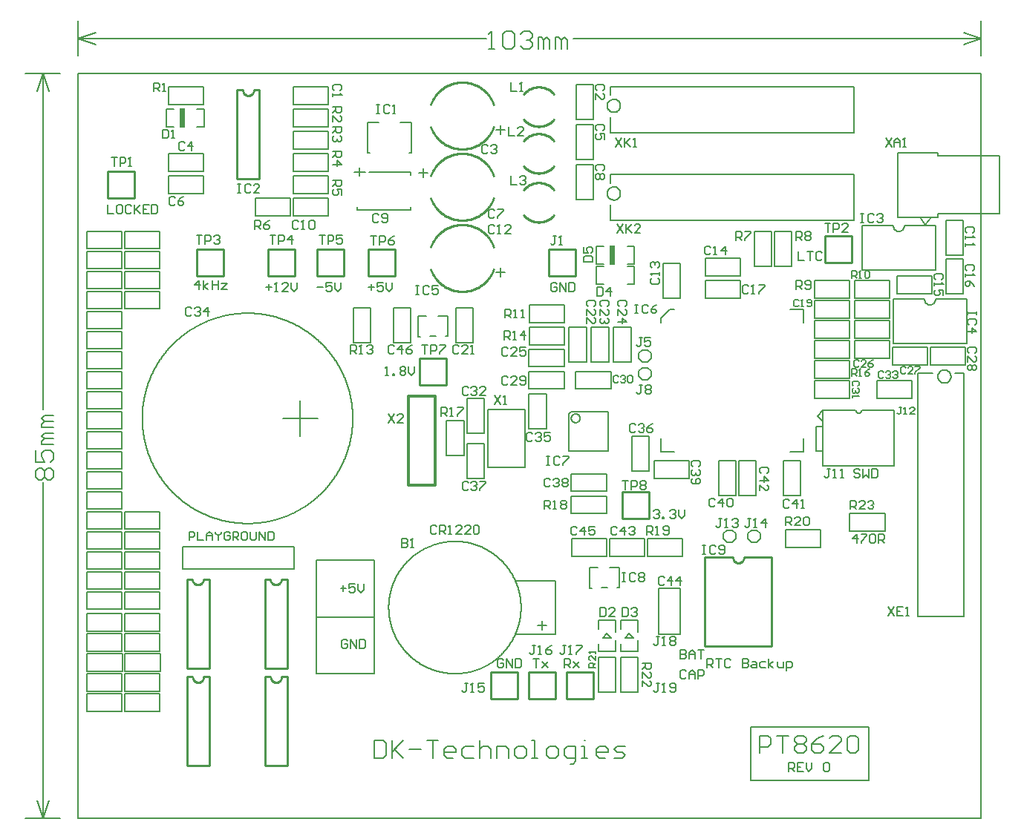
<source format=gto>
*%FSLAX53Y53*%
*%MOMM*%
G01*
%ADD11C,0.100*%
%ADD12C,0.150*%
%ADD13C,0.186*%
%ADD14C,0.200*%
%ADD15C,0.203*%
%ADD16C,0.250*%
%ADD17C,0.254*%
%ADD18O,0.270X1.300*%
%ADD19O,0.290X1.350*%
%ADD20C,0.305*%
%ADD21C,0.381*%
%ADD22C,0.508*%
%ADD23C,0.762*%
%ADD24C,0.800*%
%ADD25C,0.800*%
%ADD26C,1.000*%
%ADD27C,1.100*%
%ADD28C,1.250*%
%ADD29C,1.270*%
%ADD30O,1.300X0.270*%
%ADD31O,1.350X0.290*%
%ADD32C,1.500*%
%ADD33C,1.524*%
%ADD34C,1.600*%
%ADD35O,1.800X2.000*%
%ADD36C,1.816*%
%ADD37C,1.816*%
%ADD38C,1.905*%
%ADD39C,2.000*%
%ADD40O,2.032X0.610*%
%ADD41C,2.032*%
%ADD42C,2.116*%
%ADD43C,2.266*%
%ADD44C,2.540*%
%ADD45O,2.794X0.737*%
%ADD46C,3.800*%
%ADD47C,4.816*%
%ADD48C,6.350*%
%ADD49R,0.584X0.584*%
%ADD50R,0.600X1.250*%
%ADD51R,0.800X0.800*%
%ADD52R,0.889X0.889*%
%ADD53R,0.900X1.300*%
%ADD54R,0.900X2.000*%
%ADD55R,1.000X1.000*%
%ADD56R,1.000X1.250*%
%ADD57R,1.000X1.500*%
%ADD58R,1.250X1.000*%
%ADD59R,1.350X0.290*%
%ADD60R,1.400X1.600*%
%ADD61R,1.500X1.000*%
%ADD62R,1.500X1.100*%
%ADD63R,1.676X1.676*%
%ADD64R,2.286X0.737*%
%ADD65R,2.400X3.000*%
%ADD66R,2.540X1.270*%
%ADD67P,1.000X8X0*%
D12*
X285737Y207047D02*
X285871Y207181D01*
Y207447D01*
X285737Y207580D01*
X285204D01*
X285071Y207447D01*
Y207181D01*
X285204Y207047D01*
X285737Y206781D02*
X285871Y206647D01*
Y206381D01*
X285737Y206248D01*
X285604D01*
X285629D01*
X285604D02*
X285629D01*
X285604D02*
X285629D01*
X285604D02*
X285471Y206381D01*
Y206514D01*
Y206381D01*
X285337Y206248D01*
X285204D01*
X285071Y206381D01*
Y206647D01*
X285204Y206781D01*
X285071Y205981D02*
Y205714D01*
Y205848D01*
X285871D01*
X285896D01*
X285871D02*
X285737Y205981D01*
X291052Y209215D02*
X291185Y209082D01*
X291052Y209215D02*
X290785D01*
X290652Y209082D01*
Y208549D01*
X290785Y208415D01*
X291052D01*
X291185Y208549D01*
X291452Y208415D02*
X291985D01*
X291452D02*
X291985Y208949D01*
Y209082D01*
X291851Y209215D01*
X291585D01*
X291452Y209082D01*
X292251Y209215D02*
X292784D01*
Y209082D01*
X292251Y208549D01*
Y208415D01*
X288645Y208574D02*
X288512Y208707D01*
X288245D01*
X288112Y208574D01*
Y208041D01*
X288245Y207907D01*
X288512D01*
X288645Y208041D01*
X288912Y208574D02*
X289045Y208707D01*
X289311D01*
X289445Y208574D01*
Y208441D01*
X289470D01*
X289445D02*
X289470D01*
X289445D02*
X289470D01*
X289445D02*
X289311Y208307D01*
X289178D01*
X289311D01*
X289445Y208174D01*
Y208041D01*
X289311Y207907D01*
X289045D01*
X288912Y208041D01*
X289711Y208574D02*
X289845Y208707D01*
X290111D01*
X290244Y208574D01*
Y208441D01*
X290270D01*
X290244D02*
X290270D01*
X290244D02*
X290270D01*
X290244D02*
X290111Y208307D01*
X289978D01*
X290111D01*
X290244Y208174D01*
Y208041D01*
X290111Y207907D01*
X289845D01*
X289711Y208041D01*
X278979Y216772D02*
X278846Y216905D01*
X278579D01*
X278446Y216772D01*
Y216239D01*
X278579Y216105D01*
X278846D01*
X278979Y216239D01*
X279246Y216105D02*
X279512D01*
X279379D01*
Y216905D01*
X279404D01*
X279379D02*
X279246Y216772D01*
X279912Y216239D02*
X280045Y216105D01*
X280312D01*
X280445Y216239D01*
Y216772D01*
X280312Y216905D01*
X280045D01*
X279912Y216772D01*
Y216639D01*
X280045Y216505D01*
X280445D01*
X258419Y208066D02*
X258286Y208199D01*
X258019D01*
X257886Y208066D01*
Y207533D01*
X258019Y207399D01*
X258286D01*
X258419Y207533D01*
X258686Y208066D02*
X258819Y208199D01*
X259085D01*
X259219Y208066D01*
Y207933D01*
X259244D01*
X259219D02*
X259244D01*
X259219D02*
X259244D01*
X259219D02*
X259085Y207799D01*
X258952D01*
X259085D01*
X259219Y207666D01*
Y207533D01*
X259085Y207399D01*
X258819D01*
X258686Y207533D01*
X259485Y208066D02*
X259619Y208199D01*
X259885D01*
X260018Y208066D01*
Y207533D01*
X259885Y207399D01*
X259619D01*
X259485Y207533D01*
Y208066D01*
X285718Y209977D02*
X285851Y209844D01*
X285718Y209977D02*
X285451D01*
X285318Y209844D01*
Y209311D01*
X285451Y209177D01*
X285718D01*
X285851Y209311D01*
X286118Y209177D02*
X286651D01*
X286118D02*
X286651Y209711D01*
Y209844D01*
X286517Y209977D01*
X286251D01*
X286118Y209844D01*
X287184D02*
X287450Y209977D01*
X287184Y209844D02*
X286917Y209577D01*
Y209311D01*
X287051Y209177D01*
X287317D01*
X287450Y209311D01*
Y209444D01*
X287317Y209577D01*
X286917D01*
X290462Y204605D02*
X290728D01*
X290595D02*
X290462D01*
X290595D02*
Y203939D01*
X290462Y203805D01*
X290328D01*
X290195Y203939D01*
X290995Y203805D02*
X291261D01*
X291128D01*
Y204605D01*
X291153D01*
X291128D02*
X290995Y204472D01*
X291661Y203805D02*
X292194D01*
X291661D02*
X292194Y204339D01*
Y204472D01*
X292061Y204605D01*
X291794D01*
X291661Y204472D01*
X285064Y208161D02*
Y208961D01*
X285464D01*
X285597Y208828D01*
Y208561D01*
X285464Y208428D01*
X285064D01*
X285330D02*
X285597Y208161D01*
X285864D02*
X286130D01*
X285997D01*
Y208961D01*
X286022D01*
X285997D02*
X285864Y208828D01*
X286797D02*
X287063Y208961D01*
X286797Y208828D02*
X286530Y208561D01*
Y208295D01*
X286663Y208161D01*
X286930D01*
X287063Y208295D01*
Y208428D01*
X286930Y208561D01*
X286530D01*
X255854Y174887D02*
X255054D01*
Y175287D01*
X255187Y175421D01*
X255454D01*
X255587Y175287D01*
Y174887D01*
Y175154D02*
X255854Y175421D01*
Y175687D02*
Y176220D01*
Y175687D02*
X255321Y176220D01*
X255187D01*
X255054Y176087D01*
Y175820D01*
X255187Y175687D01*
X255854Y176487D02*
Y176753D01*
Y176620D01*
X255054D01*
X255079D01*
X255054D02*
X255187Y176487D01*
X285064Y219337D02*
Y220137D01*
X285464D01*
X285597Y220004D01*
Y219737D01*
X285464Y219604D01*
X285064D01*
X285330D02*
X285597Y219337D01*
X285864D02*
X286130D01*
X285997D01*
Y220137D01*
X286022D01*
X285997D02*
X285864Y220004D01*
X286530D02*
X286663Y220137D01*
X286930D01*
X287063Y220004D01*
Y219471D01*
X286930Y219337D01*
X286663D01*
X286530Y219471D01*
Y220004D01*
D14*
X260232Y220942D02*
Y222942D01*
X259432D01*
Y220942D02*
X260232D01*
X256732Y222942D02*
X255932D01*
Y220942D01*
X256732D01*
X281000Y199615D02*
X281726D01*
X281000D02*
Y202375D01*
X281034Y202409D01*
X281726D01*
X223942Y180652D02*
Y174175D01*
X230546D01*
Y180652D01*
X223942D02*
Y187129D01*
Y180652D02*
X230546D01*
Y187129D01*
X223942D01*
X251282Y184793D02*
Y178697D01*
Y184793D02*
X246710D01*
Y178697D02*
X251282D01*
X250266Y179713D02*
X249250D01*
X249758Y179205D02*
Y180221D01*
X222136Y201335D02*
Y205335D01*
X220136Y203335D02*
X224136D01*
X257124Y178756D02*
X257599Y178281D01*
X256649D01*
X257124Y178756D01*
X256154Y177616D02*
Y176711D01*
X258094D02*
Y178016D01*
Y178975D02*
Y180280D01*
X256154D02*
Y179275D01*
Y176711D02*
X258094D01*
Y180280D02*
X256154D01*
X259664Y178756D02*
X260139Y178281D01*
X259189D01*
X259664Y178756D01*
X258694Y177616D02*
Y176711D01*
X260634D02*
Y178016D01*
Y178975D02*
Y180280D01*
X258694D02*
Y179275D01*
Y176711D02*
X260634D01*
Y180280D02*
X258694D01*
X263288Y199481D02*
Y201005D01*
Y199481D02*
X264812D01*
X278020D02*
X279544D01*
Y201005D01*
Y214213D02*
Y215737D01*
X278020D01*
X264812D02*
X264304D01*
X263288Y214721D01*
Y214213D01*
X253036Y204085D02*
X252786Y203835D01*
X253036Y204085D02*
X257286D01*
Y199585D01*
X252786D01*
Y203835D01*
X228630Y227143D02*
Y227443D01*
Y227143D02*
X234730D01*
Y227443D01*
Y231143D02*
Y231443D01*
X230030D01*
X228930Y231043D02*
Y231943D01*
X228330Y231443D02*
X229530D01*
X290246Y233665D02*
Y226265D01*
Y233665D02*
X294846D01*
Y233265D01*
X301846D01*
Y226665D01*
X294846D01*
Y226265D01*
X290246D01*
X292846D02*
X293446Y225465D01*
X294046Y226265D01*
X281726Y204224D02*
X281094Y203592D01*
Y203589D01*
X281694Y202989D01*
X289826Y204224D02*
Y197874D01*
X281726D01*
Y204224D01*
X285443D01*
X286208D02*
X289826D01*
X270794Y190573D02*
X270394Y190173D01*
Y189573D01*
X270794Y189173D01*
X271394D01*
X271794Y189573D01*
Y190173D01*
X271394Y190573D01*
X270794D01*
X273188Y190173D02*
X273588Y190573D01*
X273188Y190173D02*
Y189573D01*
X273588Y189173D01*
X274188D01*
X274588Y189573D01*
Y190173D01*
X274188Y190573D01*
X273588D01*
X260742Y210747D02*
X261142Y211147D01*
X260742Y210747D02*
Y210147D01*
X261142Y209747D01*
X261742D01*
X262142Y210147D01*
Y210747D01*
X261742Y211147D01*
X261142D01*
Y209115D02*
X260742Y208715D01*
Y208115D01*
X261142Y207715D01*
X261742D01*
X262142Y208115D01*
Y208715D01*
X261742Y209115D01*
X261142D01*
X273504Y168119D02*
X286966D01*
Y162023D01*
X273504D01*
Y168119D01*
X257546Y235955D02*
Y237705D01*
Y235955D02*
X285296D01*
Y241205D01*
X257546D01*
Y240205D01*
Y231205D02*
Y230205D01*
Y231205D02*
X285296D01*
Y225955D01*
X257546D01*
Y227705D01*
X296796Y208455D02*
X297796D01*
Y180705D01*
X292546D01*
Y208455D01*
X294296D01*
X237596Y212687D02*
X236896D01*
X238696D02*
X238996D01*
Y214987D01*
X237896D01*
X235796Y212637D02*
X235546D01*
Y214987D01*
X236546D01*
X255104Y186285D02*
X256104D01*
X255104D02*
Y183935D01*
X255354D01*
X257454Y186285D02*
X258554D01*
Y183985D01*
X258254D01*
X257154D02*
X256454D01*
X230082Y233651D02*
X229832D01*
Y237151D01*
X231082D01*
X233582D02*
X234832D01*
Y233651D01*
X234582D01*
X211185Y236625D02*
Y238625D01*
X210385D01*
Y236625D02*
X211185D01*
X207685Y238625D02*
X206885D01*
Y236625D01*
X207685D01*
X247748Y204371D02*
Y197771D01*
X243548D01*
Y204371D01*
X247748D01*
X255940Y218681D02*
Y220681D01*
Y218681D02*
X256740D01*
Y220681D02*
X255940D01*
X259440Y218681D02*
X260240D01*
Y220681D01*
X259440D01*
X255470Y221205D02*
X254470D01*
X255470D02*
Y221705D01*
X255303Y221872D01*
X254637D01*
X254470Y221705D01*
Y221205D01*
Y222205D02*
Y222872D01*
Y222205D02*
X254970D01*
X254803Y222538D01*
Y222705D01*
X254970Y222872D01*
X255303D01*
X255470Y222705D01*
Y222372D01*
X255303Y222205D01*
X244294Y205949D02*
X244960Y204949D01*
X244294D02*
X244960Y205949D01*
X245293Y204949D02*
X245627D01*
X245460D01*
Y205949D01*
X245485D01*
X245460D02*
X245293Y205782D01*
X262458Y192738D02*
X262624Y192905D01*
X262958D01*
X263124Y192738D01*
Y192572D01*
X263150D01*
X263124D02*
X263150D01*
X263124D02*
X263150D01*
X263124D02*
X262958Y192405D01*
X262791D01*
X262958D01*
X263124Y192239D01*
Y192072D01*
X262958Y191905D01*
X262624D01*
X262458Y192072D01*
X263457D02*
Y191905D01*
Y192072D02*
X263624D01*
Y191905D01*
X263457D01*
X264291Y192738D02*
X264457Y192905D01*
X264790D01*
X264957Y192738D01*
Y192572D01*
X264982D01*
X264957D02*
X264982D01*
X264957D02*
X264982D01*
X264957D02*
X264790Y192405D01*
X264624D01*
X264790D01*
X264957Y192239D01*
Y192072D01*
X264790Y191905D01*
X264457D01*
X264291Y192072D01*
X265290Y192239D02*
Y192905D01*
Y192239D02*
X265623Y191905D01*
X265957Y192239D01*
Y192905D01*
X259568Y196207D02*
X258902D01*
X259235D02*
X259568D01*
X259235D02*
Y195207D01*
X259901D02*
Y196207D01*
X260401D01*
X260568Y196040D01*
Y195707D01*
X260401Y195541D01*
X259901D01*
X260901Y196040D02*
X261068Y196207D01*
X261401D01*
X261568Y196040D01*
Y195874D01*
X261401Y195707D01*
X261568Y195541D01*
Y195374D01*
X261401Y195207D01*
X261068D01*
X260901Y195374D01*
Y195541D01*
X261068Y195707D01*
X260901Y195874D01*
Y196040D01*
X261068Y195707D02*
X261401D01*
X232181Y208251D02*
X231848D01*
X232014D02*
X232181D01*
X232014D02*
Y209251D01*
X232040D01*
X232014D02*
X231848Y209084D01*
X232681Y208418D02*
Y208251D01*
Y208418D02*
X232847D01*
Y208251D01*
X232681D01*
X233514Y209084D02*
X233681Y209251D01*
X234014D01*
X234180Y209084D01*
Y208918D01*
X234014Y208751D01*
X234180Y208585D01*
Y208418D01*
X234014Y208251D01*
X233681D01*
X233514Y208418D01*
Y208585D01*
X233681Y208751D01*
X233514Y208918D01*
Y209084D01*
X233681Y208751D02*
X234014D01*
X234514Y208585D02*
Y209251D01*
Y208585D02*
X234847Y208251D01*
X235180Y208585D01*
Y209251D01*
X236042Y211701D02*
X236708D01*
X236375D01*
Y210701D01*
X237041D02*
Y211701D01*
X237541D01*
X237708Y211534D01*
Y211201D01*
X237541Y211035D01*
X237041D01*
X238041Y211701D02*
X238708D01*
Y211534D01*
X238041Y210868D01*
Y210701D01*
X265506Y176903D02*
Y175903D01*
X266006D01*
X266172Y176070D01*
Y176237D01*
X266006Y176403D01*
X265506D01*
X265531D01*
X265506D02*
X265531D01*
X265506D02*
X265531D01*
X265506D02*
X266006D01*
X266172Y176570D01*
Y176736D01*
X266006Y176903D01*
X265506D01*
X266505Y176570D02*
Y175903D01*
Y176570D02*
X266839Y176903D01*
X267172Y176570D01*
Y175903D01*
Y176403D01*
X266505D01*
X267505Y176903D02*
X268172D01*
X267838D01*
Y175903D01*
X263124Y178427D02*
X262791D01*
X262958D01*
Y177594D01*
X262791Y177427D01*
X262624D01*
X262458Y177594D01*
X263457Y177427D02*
X263791D01*
X263624D01*
Y178427D01*
X263650D01*
X263624D02*
X263457Y178260D01*
X264291D02*
X264457Y178427D01*
X264790D01*
X264957Y178260D01*
Y178094D01*
X264790Y177927D01*
X264957Y177761D01*
Y177594D01*
X264790Y177427D01*
X264457D01*
X264291Y177594D01*
Y177761D01*
X264457Y177927D01*
X264291Y178094D01*
Y178260D01*
X264457Y177927D02*
X264790D01*
X266006Y174617D02*
X266172Y174450D01*
X266006Y174617D02*
X265672D01*
X265506Y174450D01*
Y173784D01*
X265672Y173617D01*
X266006D01*
X266172Y173784D01*
X266505Y173617D02*
Y174284D01*
X266839Y174617D01*
X267172Y174284D01*
Y173617D01*
Y174117D01*
X266505D01*
X267505Y173617D02*
Y174617D01*
X268005D01*
X268172Y174450D01*
Y174117D01*
X268005Y173951D01*
X267505D01*
X263124Y173121D02*
X262791D01*
X262958D01*
Y172288D01*
X262791Y172121D01*
X262624D01*
X262458Y172288D01*
X263457Y172121D02*
X263791D01*
X263624D01*
Y173121D01*
X263650D01*
X263624D02*
X263457Y172954D01*
X264291Y172288D02*
X264457Y172121D01*
X264790D01*
X264957Y172288D01*
Y172954D01*
X264790Y173121D01*
X264457D01*
X264291Y172954D01*
Y172788D01*
X264457Y172621D01*
X264957D01*
X233756Y188603D02*
Y189603D01*
Y188603D02*
X234256D01*
X234422Y188770D01*
Y188937D01*
X234256Y189103D01*
X233756D01*
X233781D01*
X233756D02*
X233781D01*
X233756D02*
X233781D01*
X233756D02*
X234256D01*
X234422Y189270D01*
Y189436D01*
X234256Y189603D01*
X233756D01*
X234755Y188603D02*
X235089D01*
X234922D01*
Y189603D01*
X234948D01*
X234922D02*
X234755Y189436D01*
X250266Y199001D02*
X250599D01*
X250432D01*
Y198001D01*
X250266D01*
X250599D01*
X251599Y199001D02*
X251765Y198834D01*
X251599Y199001D02*
X251265D01*
X251099Y198834D01*
Y198168D01*
X251265Y198001D01*
X251599D01*
X251765Y198168D01*
X252099Y199001D02*
X252765D01*
Y198834D01*
X252099Y198168D01*
Y198001D01*
X268962Y222838D02*
X268796Y223005D01*
X268462D01*
X268296Y222838D01*
Y222172D01*
X268462Y222005D01*
X268796D01*
X268962Y222172D01*
X269295Y222005D02*
X269629D01*
X269462D01*
Y223005D01*
X269488D01*
X269462D02*
X269295Y222838D01*
X270628Y223005D02*
Y222005D01*
X270129Y222505D02*
X270628Y223005D01*
X270795Y222505D02*
X270129D01*
X269296Y194217D02*
X269462Y194050D01*
X269296Y194217D02*
X268962D01*
X268796Y194050D01*
Y193384D01*
X268962Y193217D01*
X269296D01*
X269462Y193384D01*
X270295Y193217D02*
Y194217D01*
X269795Y193717D01*
X270462D01*
X270795Y194050D02*
X270962Y194217D01*
X271295D01*
X271462Y194050D01*
Y193384D01*
X271295Y193217D01*
X270962D01*
X270795Y193384D01*
Y194050D01*
X267609Y197843D02*
X267775Y198010D01*
Y198343D01*
X267609Y198509D01*
X266942D01*
X266776Y198343D01*
Y198010D01*
X266942Y197843D01*
X267609Y197510D02*
X267775Y197343D01*
Y197010D01*
X267609Y196843D01*
X267442D01*
X267468D01*
X267442D02*
X267468D01*
X267442D02*
X267468D01*
X267442D02*
X267276Y197010D01*
Y197177D01*
Y197010D01*
X267109Y196843D01*
X266942D01*
X266776Y197010D01*
Y197343D01*
X266942Y197510D01*
Y196510D02*
X266776Y196343D01*
Y196010D01*
X266942Y195844D01*
X267609D01*
X267775Y196010D01*
Y196343D01*
X267609Y196510D01*
X267442D01*
X267276Y196343D01*
Y195844D01*
X277746Y194105D02*
X277912Y193938D01*
X277746Y194105D02*
X277412D01*
X277246Y193938D01*
Y193272D01*
X277412Y193105D01*
X277746D01*
X277912Y193272D01*
X278745Y193105D02*
Y194105D01*
X278245Y193605D01*
X278912D01*
X279245Y193105D02*
X279578D01*
X279412D01*
Y194105D01*
X279437D01*
X279412D02*
X279245Y193938D01*
X262090Y219165D02*
X262257Y219332D01*
X262090Y219165D02*
Y218832D01*
X262257Y218665D01*
X262923D01*
X263090Y218832D01*
Y219165D01*
X262923Y219332D01*
X263090Y219665D02*
Y219998D01*
Y219832D01*
X262090D01*
X262116D01*
X262090D02*
X262257Y219665D01*
Y220498D02*
X262090Y220665D01*
Y220998D01*
X262257Y221165D01*
X262423D01*
X262449D01*
X262423D02*
X262449D01*
X262423D02*
X262449D01*
X262423D02*
X262590Y220998D01*
Y220831D01*
Y220998D01*
X262757Y221165D01*
X262923D01*
X263090Y220998D01*
Y220665D01*
X262923Y220498D01*
X226881Y240936D02*
X226715Y240769D01*
X226881Y240936D02*
Y241269D01*
X226715Y241435D01*
X226048D01*
X225882Y241269D01*
Y240936D01*
X226048Y240769D01*
X225882Y240436D02*
Y240103D01*
Y240269D01*
X226881D01*
X226907D01*
X226881D02*
X226715Y240436D01*
X255671Y216139D02*
X255838Y216306D01*
Y216639D01*
X255671Y216805D01*
X255005D01*
X254838Y216639D01*
Y216306D01*
X255005Y216139D01*
X254838Y215806D02*
Y215139D01*
Y215806D02*
X255505Y215139D01*
X255671D01*
X255838Y215306D01*
Y215639D01*
X255671Y215806D01*
X254838Y214806D02*
Y214140D01*
Y214806D02*
X255505Y214140D01*
X255671D01*
X255838Y214306D01*
Y214639D01*
X255671Y214806D01*
X245852Y211280D02*
X245686Y211447D01*
X245352D01*
X245186Y211280D01*
Y210614D01*
X245352Y210447D01*
X245686D01*
X245852Y210614D01*
X246185Y210447D02*
X246852D01*
X246185D02*
X246852Y211114D01*
Y211280D01*
X246685Y211447D01*
X246352D01*
X246185Y211280D01*
X247185Y211447D02*
X247852D01*
X247185D02*
Y210947D01*
X247518Y211114D01*
X247685D01*
X247852Y210947D01*
Y210614D01*
X247685Y210447D01*
X247352D01*
X247185Y210614D01*
X248471Y201680D02*
X248637Y201513D01*
X248471Y201680D02*
X248137D01*
X247971Y201513D01*
Y200847D01*
X248137Y200680D01*
X248471D01*
X248637Y200847D01*
X248970Y201513D02*
X249137Y201680D01*
X249470D01*
X249637Y201513D01*
Y201347D01*
X249662D01*
X249637D02*
X249662D01*
X249637D02*
X249662D01*
X249637D02*
X249470Y201180D01*
X249304D01*
X249470D01*
X249637Y201014D01*
Y200847D01*
X249470Y200680D01*
X249137D01*
X248970Y200847D01*
X249970Y201680D02*
X250637D01*
X249970D02*
Y201180D01*
X250303Y201347D01*
X250470D01*
X250637Y201180D01*
Y200847D01*
X250470Y200680D01*
X250137D01*
X249970Y200847D01*
X250496Y196505D02*
X250662Y196338D01*
X250496Y196505D02*
X250162D01*
X249996Y196338D01*
Y195672D01*
X250162Y195505D01*
X250496D01*
X250662Y195672D01*
X250995Y196338D02*
X251162Y196505D01*
X251495D01*
X251662Y196338D01*
Y196172D01*
X251687D01*
X251662D02*
X251687D01*
X251662D02*
X251687D01*
X251662D02*
X251495Y196005D01*
X251329D01*
X251495D01*
X251662Y195839D01*
Y195672D01*
X251495Y195505D01*
X251162D01*
X250995Y195672D01*
X251995Y196338D02*
X252162Y196505D01*
X252495D01*
X252662Y196338D01*
Y196172D01*
X252495Y196005D01*
X252662Y195839D01*
Y195672D01*
X252495Y195505D01*
X252162D01*
X251995Y195672D01*
Y195839D01*
X252162Y196005D01*
X251995Y196172D01*
Y196338D01*
X252162Y196005D02*
X252495D01*
X260196Y202705D02*
X260362Y202538D01*
X260196Y202705D02*
X259862D01*
X259696Y202538D01*
Y201872D01*
X259862Y201705D01*
X260196D01*
X260362Y201872D01*
X260695Y202538D02*
X260862Y202705D01*
X261195D01*
X261362Y202538D01*
Y202372D01*
X261387D01*
X261362D02*
X261387D01*
X261362D02*
X261387D01*
X261362D02*
X261195Y202205D01*
X261029D01*
X261195D01*
X261362Y202039D01*
Y201872D01*
X261195Y201705D01*
X260862D01*
X260695Y201872D01*
X262028Y202538D02*
X262362Y202705D01*
X262028Y202538D02*
X261695Y202205D01*
Y201872D01*
X261862Y201705D01*
X262195D01*
X262362Y201872D01*
Y202039D01*
X262195Y202205D01*
X261695D01*
X245852Y207978D02*
X245686Y208145D01*
X245352D01*
X245186Y207978D01*
Y207312D01*
X245352Y207145D01*
X245686D01*
X245852Y207312D01*
X246185Y207145D02*
X246852D01*
X246185D02*
X246852Y207812D01*
Y207978D01*
X246685Y208145D01*
X246352D01*
X246185Y207978D01*
X247185Y207312D02*
X247352Y207145D01*
X247685D01*
X247852Y207312D01*
Y207978D01*
X247685Y208145D01*
X247352D01*
X247185Y207978D01*
Y207812D01*
X247352Y207645D01*
X247852D01*
X263496Y185305D02*
X263662Y185138D01*
X263496Y185305D02*
X263162D01*
X262996Y185138D01*
Y184472D01*
X263162Y184305D01*
X263496D01*
X263662Y184472D01*
X264495Y184305D02*
Y185305D01*
X263995Y184805D01*
X264662D01*
X265495Y184305D02*
Y185305D01*
X264995Y184805D01*
X265662D01*
X299105Y210797D02*
X299271Y210964D01*
Y211297D01*
X299105Y211463D01*
X298438D01*
X298272Y211297D01*
Y210964D01*
X298438Y210797D01*
X298272Y210464D02*
Y209797D01*
Y210464D02*
X298938Y209797D01*
X299105D01*
X299271Y209964D01*
Y210297D01*
X299105Y210464D01*
Y209464D02*
X299271Y209297D01*
Y208964D01*
X299105Y208798D01*
X298938D01*
X298772Y208964D01*
X298605Y208798D01*
X298438D01*
X298272Y208964D01*
Y209297D01*
X298438Y209464D01*
X298605D01*
X298772Y209297D01*
X298938Y209464D01*
X299105D01*
X298772Y209297D02*
Y208964D01*
X298851Y224513D02*
X299017Y224680D01*
Y225013D01*
X298851Y225179D01*
X298184D01*
X298018Y225013D01*
Y224680D01*
X298184Y224513D01*
X298018Y224180D02*
Y223847D01*
Y224013D01*
X299017D01*
X299043D01*
X299017D02*
X298851Y224180D01*
X298018Y223347D02*
Y223013D01*
Y223180D01*
X299017D01*
X299043D01*
X299017D02*
X298851Y223347D01*
X299017Y220362D02*
X298851Y220195D01*
X299017Y220362D02*
Y220695D01*
X298851Y220861D01*
X298184D01*
X298018Y220695D01*
Y220362D01*
X298184Y220195D01*
X298018Y219862D02*
Y219529D01*
Y219695D01*
X299017D01*
X299043D01*
X299017D02*
X298851Y219862D01*
Y218695D02*
X299017Y218362D01*
X298851Y218695D02*
X298518Y219029D01*
X298184D01*
X298018Y218862D01*
Y218529D01*
X298184Y218362D01*
X298351D01*
X298518Y218529D01*
Y219029D01*
X273284Y218392D02*
X273118Y218559D01*
X272784D01*
X272618Y218392D01*
Y217726D01*
X272784Y217559D01*
X273118D01*
X273284Y217726D01*
X273617Y217559D02*
X273951D01*
X273784D01*
Y218559D01*
X273810D01*
X273784D02*
X273617Y218392D01*
X274451Y218559D02*
X275117D01*
Y218392D01*
X274451Y217726D01*
Y217559D01*
X275520Y197248D02*
X275354Y197081D01*
X275520Y197248D02*
Y197581D01*
X275354Y197747D01*
X274687D01*
X274521Y197581D01*
Y197248D01*
X274687Y197081D01*
X274521Y196248D02*
X275520D01*
X275021Y196748D01*
Y196081D01*
X274521Y195748D02*
Y195082D01*
Y195748D02*
X275187Y195082D01*
X275354D01*
X275520Y195248D01*
Y195581D01*
X275354Y195748D01*
X221976Y225758D02*
X221810Y225925D01*
X221476D01*
X221310Y225758D01*
Y225092D01*
X221476Y224925D01*
X221810D01*
X221976Y225092D01*
X222309Y224925D02*
X222643D01*
X222476D01*
Y225925D01*
X222502D01*
X222476D02*
X222309Y225758D01*
X223143D02*
X223309Y225925D01*
X223642D01*
X223809Y225758D01*
Y225092D01*
X223642Y224925D01*
X223309D01*
X223143Y225092D01*
Y225758D01*
X207862Y228438D02*
X207696Y228605D01*
X207362D01*
X207196Y228438D01*
Y227772D01*
X207362Y227605D01*
X207696D01*
X207862Y227772D01*
X208529Y228438D02*
X208862Y228605D01*
X208529Y228438D02*
X208195Y228105D01*
Y227772D01*
X208362Y227605D01*
X208695D01*
X208862Y227772D01*
Y227939D01*
X208695Y228105D01*
X208195D01*
X208962Y234738D02*
X208796Y234905D01*
X208462D01*
X208296Y234738D01*
Y234072D01*
X208462Y233905D01*
X208796D01*
X208962Y234072D01*
X209795Y233905D02*
Y234905D01*
X209295Y234405D01*
X209962D01*
X241135Y206967D02*
X241301Y206800D01*
X241135Y206967D02*
X240801D01*
X240635Y206800D01*
Y206134D01*
X240801Y205967D01*
X241135D01*
X241301Y206134D01*
X241634Y206800D02*
X241801Y206967D01*
X242134D01*
X242301Y206800D01*
Y206633D01*
X242326D01*
X242301D02*
X242326D01*
X242301D02*
X242326D01*
X242301D02*
X242134Y206467D01*
X241968D01*
X242134D01*
X242301Y206300D01*
Y206134D01*
X242134Y205967D01*
X241801D01*
X241634Y206134D01*
X242634Y205967D02*
X243301D01*
X242634D02*
X243301Y206633D01*
Y206800D01*
X243134Y206967D01*
X242801D01*
X242634Y206800D01*
X241136Y196155D02*
X241302Y195988D01*
X241136Y196155D02*
X240802D01*
X240636Y195988D01*
Y195322D01*
X240802Y195155D01*
X241136D01*
X241302Y195322D01*
X241635Y195988D02*
X241802Y196155D01*
X242135D01*
X242302Y195988D01*
Y195822D01*
X242327D01*
X242302D02*
X242327D01*
X242302D02*
X242327D01*
X242302D02*
X242135Y195655D01*
X241969D01*
X242135D01*
X242302Y195489D01*
Y195322D01*
X242135Y195155D01*
X241802D01*
X241635Y195322D01*
X242635Y196155D02*
X243302D01*
Y195988D01*
X242635Y195322D01*
Y195155D01*
X258132Y191000D02*
X258298Y190833D01*
X258132Y191000D02*
X257798D01*
X257632Y190833D01*
Y190167D01*
X257798Y190000D01*
X258132D01*
X258298Y190167D01*
X259131Y190000D02*
Y191000D01*
X258631Y190500D01*
X259298D01*
X259631Y190833D02*
X259798Y191000D01*
X260131D01*
X260298Y190833D01*
Y190667D01*
X260323D01*
X260298D02*
X260323D01*
X260298D02*
X260323D01*
X260298D02*
X260131Y190500D01*
X259964D01*
X260131D01*
X260298Y190334D01*
Y190167D01*
X260131Y190000D01*
X259798D01*
X259631Y190167D01*
X240264Y211534D02*
X240098Y211701D01*
X239764D01*
X239598Y211534D01*
Y210868D01*
X239764Y210701D01*
X240098D01*
X240264Y210868D01*
X240597Y210701D02*
X241264D01*
X240597D02*
X241264Y211368D01*
Y211534D01*
X241097Y211701D01*
X240764D01*
X240597Y211534D01*
X241597Y210701D02*
X241930D01*
X241764D01*
Y211701D01*
X241789D01*
X241764D02*
X241597Y211534D01*
X231120Y226520D02*
X230954Y226687D01*
X230620D01*
X230454Y226520D01*
Y225854D01*
X230620Y225687D01*
X230954D01*
X231120Y225854D01*
X231453D02*
X231620Y225687D01*
X231953D01*
X232120Y225854D01*
Y226520D01*
X231953Y226687D01*
X231620D01*
X231453Y226520D01*
Y226354D01*
X231620Y226187D01*
X232120D01*
X257195Y216131D02*
X257361Y216298D01*
Y216631D01*
X257195Y216797D01*
X256528D01*
X256362Y216631D01*
Y216298D01*
X256528Y216131D01*
X256362Y215798D02*
Y215131D01*
Y215798D02*
X257028Y215131D01*
X257195D01*
X257361Y215298D01*
Y215631D01*
X257195Y215798D01*
Y214798D02*
X257361Y214631D01*
Y214298D01*
X257195Y214132D01*
X257028D01*
X257054D01*
X257028D02*
X257054D01*
X257028D02*
X257054D01*
X257028D02*
X256862Y214298D01*
Y214465D01*
Y214298D01*
X256695Y214132D01*
X256528D01*
X256362Y214298D01*
Y214631D01*
X256528Y214798D01*
X259227Y216131D02*
X259393Y216298D01*
Y216631D01*
X259227Y216797D01*
X258560D01*
X258394Y216631D01*
Y216298D01*
X258560Y216131D01*
X258394Y215798D02*
Y215131D01*
Y215798D02*
X259060Y215131D01*
X259227D01*
X259393Y215298D01*
Y215631D01*
X259227Y215798D01*
X259393Y214298D02*
X258394D01*
X258894Y214798D02*
X259393Y214298D01*
X258894Y214132D02*
Y214798D01*
X295295Y219179D02*
X295461Y219346D01*
Y219679D01*
X295295Y219845D01*
X294628D01*
X294462Y219679D01*
Y219346D01*
X294628Y219179D01*
X294462Y218846D02*
Y218513D01*
Y218679D01*
X295461D01*
X295487D01*
X295461D02*
X295295Y218846D01*
X295461Y218013D02*
Y217346D01*
Y218013D02*
X294962D01*
X295128Y217679D01*
Y217513D01*
X294962Y217346D01*
X294628D01*
X294462Y217513D01*
Y217846D01*
X294628Y218013D01*
X209784Y215852D02*
X209618Y216019D01*
X209284D01*
X209118Y215852D01*
Y215186D01*
X209284Y215019D01*
X209618D01*
X209784Y215186D01*
X210117Y215852D02*
X210284Y216019D01*
X210617D01*
X210784Y215852D01*
Y215686D01*
X210809D01*
X210784D02*
X210809D01*
X210784D02*
X210809D01*
X210784D02*
X210617Y215519D01*
X210451D01*
X210617D01*
X210784Y215353D01*
Y215186D01*
X210617Y215019D01*
X210284D01*
X210117Y215186D01*
X211617Y215019D02*
Y216019D01*
X211117Y215519D01*
X211784D01*
X256362Y181729D02*
Y180729D01*
X256862D01*
X257028Y180896D01*
Y181562D01*
X256862Y181729D01*
X256362D01*
X257361Y180729D02*
X258028D01*
X257361D02*
X258028Y181396D01*
Y181562D01*
X257861Y181729D01*
X257528D01*
X257361Y181562D01*
X258902Y181729D02*
Y180729D01*
X259402D01*
X259568Y180896D01*
Y181562D01*
X259402Y181729D01*
X258902D01*
X259901Y181562D02*
X260068Y181729D01*
X260401D01*
X260568Y181562D01*
Y181396D01*
X260593D01*
X260568D02*
X260593D01*
X260568D02*
X260593D01*
X260568D02*
X260401Y181229D01*
X260235D01*
X260401D01*
X260568Y181063D01*
Y180896D01*
X260401Y180729D01*
X260068D01*
X259901Y180896D01*
X206448Y235302D02*
Y236302D01*
Y235302D02*
X206948D01*
X207114Y235469D01*
Y236135D01*
X206948Y236302D01*
X206448D01*
X207447Y235302D02*
X207781D01*
X207614D01*
Y236302D01*
X207639D01*
X207614D02*
X207447Y236135D01*
X260296Y216315D02*
X260629D01*
X260462D01*
Y215316D01*
X260296D01*
X260629D01*
X261629Y216315D02*
X261795Y216149D01*
X261629Y216315D02*
X261295D01*
X261129Y216149D01*
Y215482D01*
X261295Y215316D01*
X261629D01*
X261795Y215482D01*
X262462Y216149D02*
X262795Y216315D01*
X262462Y216149D02*
X262129Y215816D01*
Y215482D01*
X262295Y215316D01*
X262628D01*
X262795Y215482D01*
Y215649D01*
X262628Y215816D01*
X262129D01*
X259235Y185683D02*
X258902D01*
X259068D02*
X259235D01*
X259068D02*
Y184683D01*
X258902D01*
X259235D01*
X260235Y185683D02*
X260401Y185516D01*
X260235Y185683D02*
X259901D01*
X259735Y185516D01*
Y184850D01*
X259901Y184683D01*
X260235D01*
X260401Y184850D01*
X260735Y185516D02*
X260901Y185683D01*
X261234D01*
X261401Y185516D01*
Y185349D01*
X261234Y185183D01*
X261401Y185016D01*
Y184850D01*
X261234Y184683D01*
X260901D01*
X260735Y184850D01*
Y185016D01*
X260901Y185183D01*
X260735Y185349D01*
Y185516D01*
X260901Y185183D02*
X261234D01*
X235664Y218505D02*
X235331D01*
X235498D02*
X235664D01*
X235498D02*
Y217505D01*
X235331D01*
X235664D01*
X236664Y218505D02*
X236831Y218338D01*
X236664Y218505D02*
X236331D01*
X236164Y218338D01*
Y217672D01*
X236331Y217505D01*
X236664D01*
X236831Y217672D01*
X237164Y218505D02*
X237830D01*
X237164D02*
Y218005D01*
X237497Y218172D01*
X237664D01*
X237830Y218005D01*
Y217672D01*
X237664Y217505D01*
X237330D01*
X237164Y217672D01*
X215329Y230105D02*
X214996D01*
X215162D02*
X215329D01*
X215162D02*
Y229105D01*
X214996D01*
X215329D01*
X216329Y230105D02*
X216495Y229938D01*
X216329Y230105D02*
X215995D01*
X215829Y229938D01*
Y229272D01*
X215995Y229105D01*
X216329D01*
X216495Y229272D01*
X216829Y229105D02*
X217495D01*
X216829D02*
X217495Y229772D01*
Y229938D01*
X217328Y230105D01*
X216995D01*
X216829Y229938D01*
X230832Y239133D02*
X231165D01*
X230998D01*
Y238133D01*
X230832D01*
X231165D01*
X232165Y239133D02*
X232331Y238966D01*
X232165Y239133D02*
X231831D01*
X231665Y238966D01*
Y238300D01*
X231831Y238133D01*
X232165D01*
X232331Y238300D01*
X232665Y238133D02*
X232998D01*
X232831D01*
Y239133D01*
X232857D01*
X232831D02*
X232665Y238966D01*
X268046Y188841D02*
X268379D01*
X268212D01*
Y187841D01*
X268046D01*
X268379D01*
X269379Y188841D02*
X269545Y188674D01*
X269379Y188841D02*
X269045D01*
X268879Y188674D01*
Y188008D01*
X269045Y187841D01*
X269379D01*
X269545Y188008D01*
X269879D02*
X270045Y187841D01*
X270378D01*
X270545Y188008D01*
Y188674D01*
X270378Y188841D01*
X270045D01*
X269879Y188674D01*
Y188508D01*
X270045Y188341D01*
X270545D01*
X299271Y215194D02*
Y215527D01*
Y215361D02*
Y215194D01*
Y215361D02*
X298272D01*
Y215527D01*
Y215194D01*
X299271Y214195D02*
X299105Y214028D01*
X299271Y214195D02*
Y214528D01*
X299105Y214694D01*
X298438D01*
X298272Y214528D01*
Y214195D01*
X298438Y214028D01*
X298272Y213195D02*
X299271D01*
X298772Y213695D01*
Y213028D01*
X286413Y226687D02*
X286080D01*
X286246D02*
X286413D01*
X286246D02*
Y225687D01*
X286080D01*
X286413D01*
X287413Y226687D02*
X287579Y226520D01*
X287413Y226687D02*
X287079D01*
X286913Y226520D01*
Y225854D01*
X287079Y225687D01*
X287413D01*
X287579Y225854D01*
X287913Y226520D02*
X288079Y226687D01*
X288412D01*
X288579Y226520D01*
Y226354D01*
X288604D01*
X288579D02*
X288604D01*
X288579D02*
X288604D01*
X288579D02*
X288412Y226187D01*
X288246D01*
X288412D01*
X288579Y226021D01*
Y225854D01*
X288412Y225687D01*
X288079D01*
X287913Y225854D01*
X282555Y197545D02*
X282222D01*
X282389D01*
Y196712D01*
X282222Y196545D01*
X282055D01*
X281889Y196712D01*
X282888Y196545D02*
X283222D01*
X283055D01*
Y197545D01*
X283080D01*
X283055D02*
X282888Y197378D01*
X283722Y196545D02*
X284055D01*
X283888D01*
Y197545D01*
X283914D01*
X283888D02*
X283722Y197378D01*
X278968Y221369D02*
Y222369D01*
Y221369D02*
X279634D01*
X279967Y222369D02*
X280634D01*
X280301D01*
Y221369D01*
X281467Y222369D02*
X281634Y222202D01*
X281467Y222369D02*
X281134D01*
X280967Y222202D01*
Y221536D01*
X281134Y221369D01*
X281467D01*
X281634Y221536D01*
X281946Y225580D02*
X282612D01*
X282279D01*
Y224580D01*
X282945D02*
Y225580D01*
X283445D01*
X283612Y225413D01*
Y225080D01*
X283445Y224914D01*
X282945D01*
X283945Y224580D02*
X284612D01*
X283945D02*
X284612Y225247D01*
Y225413D01*
X284445Y225580D01*
X284112D01*
X283945Y225413D01*
X210634Y219067D02*
Y218067D01*
X210134Y218567D02*
X210634Y219067D01*
X210800Y218567D02*
X210134D01*
X211133Y218067D02*
Y219067D01*
X211633Y218734D02*
X211133Y218401D01*
X211633Y218067D01*
X212133D02*
Y219067D01*
Y218567D02*
Y218067D01*
Y218567D02*
X212800D01*
Y219067D01*
Y218067D01*
X213133Y218734D02*
X213799D01*
X213133Y218067D01*
X213799D01*
X210980Y224269D02*
X210314D01*
X210647D02*
X210980D01*
X210647D02*
Y223269D01*
X211313D02*
Y224269D01*
X211813D01*
X211980Y224102D01*
Y223769D01*
X211813Y223603D01*
X211313D01*
X212313Y224102D02*
X212480Y224269D01*
X212813D01*
X212980Y224102D01*
Y223936D01*
X213005D01*
X212980D02*
X213005D01*
X212980D02*
X213005D01*
X212980D02*
X212813Y223769D01*
X212646D01*
X212813D01*
X212980Y223603D01*
Y223436D01*
X212813Y223269D01*
X212480D01*
X212313Y223436D01*
X288896Y235305D02*
X289562Y234305D01*
X288896D02*
X289562Y235305D01*
X289895Y234972D02*
Y234305D01*
Y234972D02*
X290229Y235305D01*
X290562Y234972D01*
Y234305D01*
Y234805D01*
X289895D01*
X290895Y234305D02*
X291228D01*
X291062D01*
Y235305D01*
X291087D01*
X291062D02*
X290895Y235138D01*
X278714Y224655D02*
Y223655D01*
Y224655D02*
X279214D01*
X279380Y224488D01*
Y224155D01*
X279214Y223989D01*
X278714D01*
X279047D02*
X279380Y223655D01*
X279713Y224488D02*
X279880Y224655D01*
X280213D01*
X280380Y224488D01*
Y224322D01*
X280213Y224155D01*
X280380Y223989D01*
Y223822D01*
X280213Y223655D01*
X279880D01*
X279713Y223822D01*
Y223989D01*
X279880Y224155D01*
X279713Y224322D01*
Y224488D01*
X279880Y224155D02*
X280213D01*
X271856Y223655D02*
Y224655D01*
X272356D01*
X272522Y224488D01*
Y224155D01*
X272356Y223989D01*
X271856D01*
X272189D02*
X272522Y223655D01*
X272855Y224655D02*
X273522D01*
Y224488D01*
X272855Y223822D01*
Y223655D01*
X277496Y192105D02*
Y191105D01*
Y192105D02*
X277996D01*
X278162Y191938D01*
Y191605D01*
X277996Y191439D01*
X277496D01*
X277829D02*
X278162Y191105D01*
X278495D02*
X279162D01*
X278495D02*
X279162Y191772D01*
Y191938D01*
X278995Y192105D01*
X278662D01*
X278495Y191938D01*
X279495D02*
X279662Y192105D01*
X279995D01*
X280162Y191938D01*
Y191272D01*
X279995Y191105D01*
X279662D01*
X279495Y191272D01*
Y191938D01*
X261674Y191079D02*
Y190079D01*
Y191079D02*
X262174D01*
X262340Y190912D01*
Y190579D01*
X262174Y190413D01*
X261674D01*
X262007D02*
X262340Y190079D01*
X262673D02*
X263007D01*
X262840D01*
Y191079D01*
X262866D01*
X262840D02*
X262673Y190912D01*
X263507Y190246D02*
X263673Y190079D01*
X264006D01*
X264173Y190246D01*
Y190912D01*
X264006Y191079D01*
X263673D01*
X263507Y190912D01*
Y190746D01*
X263673Y190579D01*
X264173D01*
X226881Y238895D02*
X225882D01*
X226881D02*
Y238396D01*
X226715Y238229D01*
X226382D01*
X226215Y238396D01*
Y238895D01*
Y238562D02*
X225882Y238229D01*
Y237896D02*
Y237229D01*
Y237896D02*
X226548Y237229D01*
X226715D01*
X226881Y237396D01*
Y237729D01*
X226715Y237896D01*
X205432Y240636D02*
Y241636D01*
X205932D01*
X206098Y241469D01*
Y241136D01*
X205932Y240970D01*
X205432D01*
X205765D02*
X206098Y240636D01*
X206431D02*
X206765D01*
X206598D01*
Y241636D01*
X206623D01*
X206598D02*
X206431Y241469D01*
X238205Y204589D02*
Y203589D01*
Y204589D02*
X238705D01*
X238872Y204422D01*
Y204089D01*
X238705Y203923D01*
X238205D01*
X238539D02*
X238872Y203589D01*
X239205D02*
X239538D01*
X239372D01*
Y204589D01*
X239397D01*
X239372D02*
X239205Y204422D01*
X240038Y204589D02*
X240705D01*
Y204422D01*
X240038Y203756D01*
Y203589D01*
X216992Y224925D02*
Y225925D01*
X217492D01*
X217658Y225758D01*
Y225425D01*
X217492Y225259D01*
X216992D01*
X217325D02*
X217658Y224925D01*
X218325Y225758D02*
X218658Y225925D01*
X218325Y225758D02*
X217991Y225425D01*
Y225092D01*
X218158Y224925D01*
X218491D01*
X218658Y225092D01*
Y225259D01*
X218491Y225425D01*
X217991D01*
X225882Y236609D02*
X226881D01*
Y236110D01*
X226715Y235943D01*
X226382D01*
X226215Y236110D01*
Y236609D01*
Y236276D02*
X225882Y235943D01*
X226715Y235610D02*
X226881Y235443D01*
Y235110D01*
X226715Y234943D01*
X226548D01*
X226574D01*
X226548D02*
X226574D01*
X226548D02*
X226574D01*
X226548D02*
X226382Y235110D01*
Y235277D01*
Y235110D01*
X226215Y234943D01*
X226048D01*
X225882Y235110D01*
Y235443D01*
X226048Y235610D01*
X225882Y233815D02*
X226881D01*
Y233316D01*
X226715Y233149D01*
X226382D01*
X226215Y233316D01*
Y233815D01*
Y233482D02*
X225882Y233149D01*
Y232316D02*
X226881D01*
X226382Y232816D01*
Y232149D01*
X227914Y211701D02*
Y210701D01*
Y211701D02*
X228414D01*
X228580Y211534D01*
Y211201D01*
X228414Y211035D01*
X227914D01*
X228247D02*
X228580Y210701D01*
X228913D02*
X229247D01*
X229080D01*
Y211701D01*
X229106D01*
X229080D02*
X228913Y211534D01*
X229747D02*
X229913Y211701D01*
X230246D01*
X230413Y211534D01*
Y211368D01*
X230438D01*
X230413D02*
X230438D01*
X230413D02*
X230438D01*
X230413D02*
X230246Y211201D01*
X230080D01*
X230246D01*
X230413Y211035D01*
Y210868D01*
X230246Y210701D01*
X229913D01*
X229747Y210868D01*
X261188Y175395D02*
X262187D01*
Y174896D01*
X262021Y174729D01*
X261688D01*
X261521Y174896D01*
Y175395D01*
Y175062D02*
X261188Y174729D01*
Y174396D02*
Y173729D01*
Y174396D02*
X261854Y173729D01*
X262021D01*
X262187Y173896D01*
Y174229D01*
X262021Y174396D01*
X261188Y173396D02*
Y172730D01*
Y173396D02*
X261854Y172730D01*
X262021D01*
X262187Y172896D01*
Y173229D01*
X262021Y173396D01*
X226881Y230513D02*
X225882D01*
X226881D02*
Y230014D01*
X226715Y229847D01*
X226382D01*
X226215Y230014D01*
Y230513D01*
Y230180D02*
X225882Y229847D01*
X226881Y229514D02*
Y228847D01*
Y229514D02*
X226382D01*
X226548Y229181D01*
Y229014D01*
X226382Y228847D01*
X226048D01*
X225882Y229014D01*
Y229347D01*
X226048Y229514D01*
X245496Y215805D02*
Y214805D01*
Y215805D02*
X245996D01*
X246162Y215638D01*
Y215305D01*
X245996Y215139D01*
X245496D01*
X245829D02*
X246162Y214805D01*
X246495D02*
X246829D01*
X246662D01*
Y215805D01*
X246688D01*
X246662D02*
X246495Y215638D01*
X247329Y214805D02*
X247662D01*
X247495D01*
Y215805D01*
X247521D01*
X247495D02*
X247329Y215638D01*
X245396Y213305D02*
Y212305D01*
Y213305D02*
X245896D01*
X246062Y213138D01*
Y212805D01*
X245896Y212639D01*
X245396D01*
X245729D02*
X246062Y212305D01*
X246395D02*
X246729D01*
X246562D01*
Y213305D01*
X246588D01*
X246562D02*
X246395Y213138D01*
X247728Y213305D02*
Y212305D01*
X247229Y212805D02*
X247728Y213305D01*
X247895Y212805D02*
X247229D01*
X249990Y193973D02*
Y192973D01*
Y193973D02*
X250490D01*
X250656Y193806D01*
Y193473D01*
X250490Y193307D01*
X249990D01*
X250323D02*
X250656Y192973D01*
X250989D02*
X251323D01*
X251156D01*
Y193973D01*
X251182D01*
X251156D02*
X250989Y193806D01*
X251823D02*
X251989Y193973D01*
X252322D01*
X252489Y193806D01*
Y193640D01*
X252322Y193473D01*
X252489Y193307D01*
Y193140D01*
X252322Y192973D01*
X251989D01*
X251823Y193140D01*
Y193307D01*
X251989Y193473D01*
X251823Y193640D01*
Y193806D01*
X251989Y193473D02*
X252322D01*
X278714Y218067D02*
Y219067D01*
X279214D01*
X279380Y218900D01*
Y218567D01*
X279214Y218401D01*
X278714D01*
X279047D02*
X279380Y218067D01*
X279713Y218234D02*
X279880Y218067D01*
X280213D01*
X280380Y218234D01*
Y218900D01*
X280213Y219067D01*
X279880D01*
X279713Y218900D01*
Y218734D01*
X279880Y218567D01*
X280380D01*
X200228Y226703D02*
Y227703D01*
Y226703D02*
X200894D01*
X201394Y227703D02*
X201727D01*
X201394D02*
X201227Y227536D01*
Y226870D01*
X201394Y226703D01*
X201727D01*
X201894Y226870D01*
Y227536D01*
X201727Y227703D01*
X202727D02*
X202894Y227536D01*
X202727Y227703D02*
X202394D01*
X202227Y227536D01*
Y226870D01*
X202394Y226703D01*
X202727D01*
X202894Y226870D01*
X203227Y226703D02*
Y227703D01*
Y227037D02*
Y226703D01*
Y227037D02*
X203893Y227703D01*
X203393Y227203D01*
X203893Y226703D01*
X204227Y227703D02*
X204893D01*
X204227D02*
Y226703D01*
X204893D01*
X204560Y227203D02*
X204227D01*
X205226Y227703D02*
Y226703D01*
X205726D01*
X205893Y226870D01*
Y227536D01*
X205726Y227703D01*
X205226D01*
X201262Y233105D02*
X200596D01*
X200929D02*
X201262D01*
X200929D02*
Y232105D01*
X201595D02*
Y233105D01*
X202095D01*
X202262Y232938D01*
Y232605D01*
X202095Y232439D01*
X201595D01*
X202595Y232105D02*
X202928D01*
X202762D01*
Y233105D01*
X202787D01*
X202762D02*
X202595Y232938D01*
X256687Y236197D02*
X256853Y236364D01*
Y236697D01*
X256687Y236863D01*
X256020D01*
X255854Y236697D01*
Y236364D01*
X256020Y236197D01*
X256853Y235864D02*
Y235197D01*
Y235864D02*
X256354D01*
X256520Y235531D01*
Y235364D01*
X256354Y235197D01*
X256020D01*
X255854Y235364D01*
Y235697D01*
X256020Y235864D01*
X256687Y240769D02*
X256853Y240936D01*
Y241269D01*
X256687Y241435D01*
X256020D01*
X255854Y241269D01*
Y240936D01*
X256020Y240769D01*
X255854Y240436D02*
Y239769D01*
Y240436D02*
X256520Y239769D01*
X256687D01*
X256853Y239936D01*
Y240269D01*
X256687Y240436D01*
X256853Y231792D02*
X256687Y231625D01*
X256853Y231792D02*
Y232125D01*
X256687Y232291D01*
X256020D01*
X255854Y232125D01*
Y231792D01*
X256020Y231625D01*
X256687Y231292D02*
X256853Y231125D01*
Y230792D01*
X256687Y230625D01*
X256520D01*
X256354Y230792D01*
X256187Y230625D01*
X256020D01*
X255854Y230792D01*
Y231125D01*
X256020Y231292D01*
X256187D01*
X256354Y231125D01*
X256520Y231292D01*
X256687D01*
X256354Y231125D02*
Y230792D01*
X245948Y235593D02*
Y236593D01*
Y235593D02*
X246614D01*
X246947D02*
X247614D01*
X246947D02*
X247614Y236260D01*
Y236426D01*
X247447Y236593D01*
X247114D01*
X246947Y236426D01*
X246202Y240673D02*
Y241673D01*
Y240673D02*
X246868D01*
X247201D02*
X247535D01*
X247368D01*
Y241673D01*
X247394D01*
X247368D02*
X247201Y241506D01*
X246202Y231005D02*
Y230005D01*
X246868D01*
X247201Y230838D02*
X247368Y231005D01*
X247701D01*
X247868Y230838D01*
Y230672D01*
X247893D01*
X247868D02*
X247893D01*
X247868D02*
X247893D01*
X247868D02*
X247701Y230505D01*
X247535D01*
X247701D01*
X247868Y230339D01*
Y230172D01*
X247701Y230005D01*
X247368D01*
X247201Y230172D01*
X244162Y227195D02*
X244328Y227028D01*
X244162Y227195D02*
X243828D01*
X243662Y227028D01*
Y226362D01*
X243828Y226195D01*
X244162D01*
X244328Y226362D01*
X244661Y227195D02*
X245328D01*
Y227028D01*
X244661Y226362D01*
Y226195D01*
X243566Y234394D02*
X243400Y234561D01*
X243066D01*
X242900Y234394D01*
Y233728D01*
X243066Y233561D01*
X243400D01*
X243566Y233728D01*
X243899Y234394D02*
X244066Y234561D01*
X244399D01*
X244566Y234394D01*
Y234228D01*
X244591D01*
X244566D02*
X244591D01*
X244566D02*
X244591D01*
X244566D02*
X244399Y234061D01*
X244233D01*
X244399D01*
X244566Y233895D01*
Y233728D01*
X244399Y233561D01*
X244066D01*
X243899Y233728D01*
X244162Y225417D02*
X244328Y225250D01*
X244162Y225417D02*
X243828D01*
X243662Y225250D01*
Y224584D01*
X243828Y224417D01*
X244162D01*
X244328Y224584D01*
X244661Y224417D02*
X244995D01*
X244828D01*
Y225417D01*
X244854D01*
X244828D02*
X244661Y225250D01*
X245495Y224417D02*
X246161D01*
X245495D02*
X246161Y225084D01*
Y225250D01*
X245994Y225417D01*
X245661D01*
X245495Y225250D01*
X269903Y191889D02*
X270236D01*
X270070D02*
X269903D01*
X270070D02*
Y191056D01*
X269903Y190889D01*
X269736D01*
X269570Y191056D01*
X270569Y190889D02*
X270903D01*
X270736D01*
Y191889D01*
X270762D01*
X270736D02*
X270569Y191722D01*
X271403D02*
X271569Y191889D01*
X271902D01*
X272069Y191722D01*
Y191556D01*
X272094D01*
X272069D02*
X272094D01*
X272069D02*
X272094D01*
X272069D02*
X271902Y191389D01*
X271736D01*
X271902D01*
X272069Y191223D01*
Y191056D01*
X271902Y190889D01*
X271569D01*
X271403Y191056D01*
X273205Y191889D02*
X273538D01*
X273372D02*
X273205D01*
X273372D02*
Y191056D01*
X273205Y190889D01*
X273038D01*
X272872Y191056D01*
X273871Y190889D02*
X274205D01*
X274038D01*
Y191889D01*
X274063D01*
X274038D02*
X273871Y191722D01*
X275204Y191889D02*
Y190889D01*
X274705Y191389D02*
X275204Y191889D01*
X275371Y191389D02*
X274705D01*
X261112Y212555D02*
X260779D01*
X260946D01*
Y211722D01*
X260779Y211555D01*
X260612D01*
X260446Y211722D01*
X261445Y212555D02*
X262112D01*
X261445D02*
Y212055D01*
X261779Y212222D01*
X261945D01*
X262112Y212055D01*
Y211722D01*
X261945Y211555D01*
X261612D01*
X261445Y211722D01*
X261137Y207155D02*
X260804D01*
X260971D01*
Y206322D01*
X260804Y206155D01*
X260637D01*
X260471Y206322D01*
X261470Y206988D02*
X261637Y207155D01*
X261970D01*
X262137Y206988D01*
Y206822D01*
X261970Y206655D01*
X262137Y206489D01*
Y206322D01*
X261970Y206155D01*
X261637D01*
X261470Y206322D01*
Y206489D01*
X261637Y206655D01*
X261470Y206822D01*
Y206988D01*
X261637Y206655D02*
X261970D01*
X224770Y218313D02*
X224104D01*
X225103Y218813D02*
X225770D01*
X225103D02*
Y218313D01*
X225437Y218480D01*
X225603D01*
X225770Y218313D01*
Y217980D01*
X225603Y217813D01*
X225270D01*
X225103Y217980D01*
X226103Y218147D02*
Y218813D01*
Y218147D02*
X226436Y217813D01*
X226770Y218147D01*
Y218813D01*
X224962Y224205D02*
X224296D01*
X224629D02*
X224962D01*
X224629D02*
Y223205D01*
X225295D02*
Y224205D01*
X225795D01*
X225962Y224038D01*
Y223705D01*
X225795Y223539D01*
X225295D01*
X226295Y224205D02*
X226962D01*
X226295D02*
Y223705D01*
X226628Y223872D01*
X226795D01*
X226962Y223705D01*
Y223372D01*
X226795Y223205D01*
X226462D01*
X226295Y223372D01*
X218928Y218313D02*
X218262D01*
X218595Y218646D02*
Y217980D01*
X219261Y217813D02*
X219595D01*
X219428D01*
Y218813D01*
X219454D01*
X219428D02*
X219261Y218646D01*
X220095Y217813D02*
X220761D01*
X220095D02*
X220761Y218480D01*
Y218646D01*
X220594Y218813D01*
X220261D01*
X220095Y218646D01*
X221094Y218813D02*
Y218147D01*
X221427Y217813D01*
X221761Y218147D01*
Y218813D01*
X219362Y224205D02*
X218696D01*
X219029D02*
X219362D01*
X219029D02*
Y223205D01*
X219695D02*
Y224205D01*
X220195D01*
X220362Y224038D01*
Y223705D01*
X220195Y223539D01*
X219695D01*
X221195Y223205D02*
Y224205D01*
X220695Y223705D01*
X221362D01*
X229946Y218313D02*
X230612D01*
X230279Y218646D02*
Y217980D01*
X230945Y218813D02*
X231612D01*
X230945D02*
Y218313D01*
X231279Y218480D01*
X231445D01*
X231612Y218313D01*
Y217980D01*
X231445Y217813D01*
X231112D01*
X230945Y217980D01*
X231945Y218147D02*
Y218813D01*
Y218147D02*
X232278Y217813D01*
X232612Y218147D01*
Y218813D01*
X230866Y224147D02*
X230200D01*
X230533D02*
X230866D01*
X230533D02*
Y223147D01*
X231199D02*
Y224147D01*
X231699D01*
X231866Y223980D01*
Y223647D01*
X231699Y223481D01*
X231199D01*
X232532Y223980D02*
X232866Y224147D01*
X232532Y223980D02*
X232199Y223647D01*
Y223314D01*
X232366Y223147D01*
X232699D01*
X232866Y223314D01*
Y223481D01*
X232699Y223647D01*
X232199D01*
X251274Y218813D02*
X251440Y218646D01*
X251274Y218813D02*
X250940D01*
X250774Y218646D01*
Y217980D01*
X250940Y217813D01*
X251274D01*
X251440Y217980D01*
Y218313D01*
X251107D01*
X251773Y217813D02*
Y218813D01*
X252440Y217813D01*
Y218813D01*
X252773D02*
Y217813D01*
X253273D01*
X253440Y217980D01*
Y218646D01*
X253273Y218813D01*
X252773D01*
X251362Y224147D02*
X251029D01*
X251196D01*
Y223314D01*
X251029Y223147D01*
X250862D01*
X250696Y223314D01*
X251695Y223147D02*
X252029D01*
X251862D01*
Y224147D01*
X251888D01*
X251862D02*
X251695Y223980D01*
X249408Y175887D02*
X248742D01*
X249075D02*
X249408D01*
X249075D02*
Y174887D01*
X249741Y175554D02*
X250408Y174887D01*
X250075Y175221D01*
X250408Y175554D01*
X249741Y174887D01*
X248962Y177405D02*
X248629D01*
X248796D01*
Y176572D01*
X248629Y176405D01*
X248462D01*
X248296Y176572D01*
X249295Y176405D02*
X249629D01*
X249462D01*
Y177405D01*
X249488D01*
X249462D02*
X249295Y177238D01*
X250462D02*
X250795Y177405D01*
X250462Y177238D02*
X250129Y176905D01*
Y176572D01*
X250295Y176405D01*
X250628D01*
X250795Y176572D01*
Y176739D01*
X250628Y176905D01*
X250129D01*
X252298Y175887D02*
Y174887D01*
Y175887D02*
X252798D01*
X252964Y175720D01*
Y175387D01*
X252798Y175221D01*
X252298D01*
X252631D02*
X252964Y174887D01*
X253297Y175554D02*
X253964Y174887D01*
X253631Y175221D01*
X253964Y175554D01*
X253297Y174887D01*
X252456Y177411D02*
X252123D01*
X252290D01*
Y176578D01*
X252123Y176411D01*
X251956D01*
X251790Y176578D01*
X252789Y176411D02*
X253123D01*
X252956D01*
Y177411D01*
X252982D01*
X252956D02*
X252789Y177244D01*
X253623Y177411D02*
X254289D01*
Y177244D01*
X253623Y176578D01*
Y176411D01*
X245344Y175720D02*
X245178Y175887D01*
X244844D01*
X244678Y175720D01*
Y175054D01*
X244844Y174887D01*
X245178D01*
X245344Y175054D01*
Y175387D01*
X245011D01*
X245677Y174887D02*
Y175887D01*
X246344Y174887D01*
Y175887D01*
X246677D02*
Y174887D01*
X247177D01*
X247344Y175054D01*
Y175720D01*
X247177Y175887D01*
X246677D01*
X241280Y173093D02*
X240947D01*
X241114D01*
Y172260D01*
X240947Y172093D01*
X240780D01*
X240614Y172260D01*
X241613Y172093D02*
X241947D01*
X241780D01*
Y173093D01*
X241806D01*
X241780D02*
X241613Y172926D01*
X242447Y173093D02*
X243113D01*
X242447D02*
Y172593D01*
X242780Y172760D01*
X242946D01*
X243113Y172593D01*
Y172260D01*
X242946Y172093D01*
X242613D01*
X242447Y172260D01*
X258806Y234323D02*
X258140Y235323D01*
X258806D02*
X258140Y234323D01*
X259139D02*
Y235323D01*
Y234657D02*
Y234323D01*
Y234657D02*
X259806Y235323D01*
X259306Y234823D01*
X259806Y234323D01*
X260139D02*
X260472D01*
X260306D01*
Y235323D01*
X260331D01*
X260306D02*
X260139Y235156D01*
X258264Y225507D02*
X258930Y224507D01*
X258264D02*
X258930Y225507D01*
X259263D02*
Y224507D01*
Y224841D01*
X259930Y225507D01*
X259430Y225007D01*
X259930Y224507D01*
X260263D02*
X260930D01*
X260263D02*
X260930Y225174D01*
Y225340D01*
X260763Y225507D01*
X260430D01*
X260263Y225340D01*
X289209Y181805D02*
X289875Y180805D01*
X289209D02*
X289875Y181805D01*
X290208D02*
X290875D01*
X290208D02*
Y180805D01*
X290875D01*
X290542Y181305D02*
X290208D01*
X291208Y180805D02*
X291541D01*
X291375D01*
Y181805D01*
X291400D01*
X291375D02*
X291208Y181638D01*
X253726Y190833D02*
X253560Y191000D01*
X253226D01*
X253060Y190833D01*
Y190167D01*
X253226Y190000D01*
X253560D01*
X253726Y190167D01*
X254559Y190000D02*
Y191000D01*
X254059Y190500D01*
X254726D01*
X255059Y191000D02*
X255726D01*
X255059D02*
Y190500D01*
X255392Y190667D01*
X255559D01*
X255726Y190500D01*
Y190167D01*
X255559Y190000D01*
X255226D01*
X255059Y190167D01*
X232898Y211534D02*
X232732Y211701D01*
X232398D01*
X232232Y211534D01*
Y210868D01*
X232398Y210701D01*
X232732D01*
X232898Y210868D01*
X233731Y210701D02*
Y211701D01*
X233231Y211201D01*
X233898D01*
X234564Y211534D02*
X234898Y211701D01*
X234564Y211534D02*
X234231Y211201D01*
Y210868D01*
X234398Y210701D01*
X234731D01*
X234898Y210868D01*
Y211035D01*
X234731Y211201D01*
X234231D01*
X232232Y203827D02*
X232898Y202827D01*
X232232D02*
X232898Y203827D01*
X233231Y202827D02*
X233898D01*
X233231D02*
X233898Y203494D01*
Y203660D01*
X233731Y203827D01*
X233398D01*
X233231Y203660D01*
X285586Y190103D02*
Y189103D01*
X285086Y189603D02*
X285586Y190103D01*
X285753Y189603D02*
X285086D01*
X286086Y190103D02*
X286752D01*
Y189936D01*
X286086Y189270D01*
Y189103D01*
X287086Y189936D02*
X287252Y190103D01*
X287585D01*
X287752Y189936D01*
Y189270D01*
X287585Y189103D01*
X287252D01*
X287086Y189270D01*
Y189936D01*
X288085Y190103D02*
Y189103D01*
Y190103D02*
X288585D01*
X288752Y189936D01*
Y189603D01*
X288585Y189436D01*
X288085D01*
X288418D02*
X288752Y189103D01*
X284858Y192964D02*
Y193963D01*
X285357D01*
X285524Y193797D01*
Y193464D01*
X285357Y193297D01*
X284858D01*
X285191D02*
X285524Y192964D01*
X285857D02*
X286524D01*
X285857D02*
X286524Y193630D01*
Y193797D01*
X286357Y193963D01*
X286024D01*
X285857Y193797D01*
X286857D02*
X287024Y193963D01*
X287357D01*
X287523Y193797D01*
Y193630D01*
X287549D01*
X287523D02*
X287549D01*
X287523D02*
X287549D01*
X287523D02*
X287357Y193464D01*
X287190D01*
X287357D01*
X287523Y193297D01*
Y193130D01*
X287357Y192964D01*
X287024D01*
X286857Y193130D01*
X255978Y217305D02*
Y218305D01*
Y217305D02*
X256478D01*
X256644Y217472D01*
Y218138D01*
X256478Y218305D01*
X255978D01*
X257477D02*
Y217305D01*
X256977Y217805D02*
X257477Y218305D01*
X257644Y217805D02*
X256977D01*
X227402Y183946D02*
X226736D01*
X227069Y184279D02*
Y183613D01*
X227735Y184446D02*
X228402D01*
X227735D02*
Y183946D01*
X228069Y184113D01*
X228235D01*
X228402Y183946D01*
Y183613D01*
X228235Y183446D01*
X227902D01*
X227735Y183613D01*
X228735Y183780D02*
Y184446D01*
Y183780D02*
X229068Y183446D01*
X229402Y183780D01*
Y184446D01*
X227363Y178096D02*
X227529Y177929D01*
X227363Y178096D02*
X227029D01*
X226863Y177929D01*
Y177263D01*
X227029Y177096D01*
X227363D01*
X227529Y177263D01*
Y177596D01*
X227196D01*
X227862Y177096D02*
Y178096D01*
X228529Y177096D01*
Y178096D01*
X228862D02*
Y177096D01*
X229362D01*
X229529Y177263D01*
Y177929D01*
X229362Y178096D01*
X228862D01*
X209464Y189415D02*
Y190415D01*
X209964D01*
X210130Y190248D01*
Y189915D01*
X209964Y189749D01*
X209464D01*
X210463Y189415D02*
Y190415D01*
Y189415D02*
X211130D01*
X211463D02*
Y190082D01*
X211796Y190415D01*
X212130Y190082D01*
Y189415D01*
Y189915D01*
X211463D01*
X212463Y190248D02*
Y190415D01*
Y190248D02*
X212796Y189915D01*
X213129Y190248D01*
Y190415D01*
X212796Y189915D02*
Y189415D01*
X213962Y190415D02*
X214129Y190248D01*
X213962Y190415D02*
X213629D01*
X213463Y190248D01*
Y189582D01*
X213629Y189415D01*
X213962D01*
X214129Y189582D01*
Y189915D01*
X213796D01*
X214462Y189415D02*
Y190415D01*
X214962D01*
X215129Y190248D01*
Y189915D01*
X214962Y189749D01*
X214462D01*
X214795D02*
X215129Y189415D01*
X215628Y190415D02*
X215962D01*
X215628D02*
X215462Y190248D01*
Y189582D01*
X215628Y189415D01*
X215962D01*
X216128Y189582D01*
Y190248D01*
X215962Y190415D01*
X216462D02*
Y189582D01*
X216628Y189415D01*
X216961D01*
X217128Y189582D01*
Y190415D01*
X217461D02*
Y189415D01*
X218128D02*
X217461Y190415D01*
X218128D02*
Y189415D01*
X218461D02*
Y190415D01*
Y189415D02*
X218961D01*
X219127Y189582D01*
Y190248D01*
X218961Y190415D01*
X218461D01*
X285818Y197545D02*
X285984Y197378D01*
X285818Y197545D02*
X285484D01*
X285318Y197378D01*
Y197212D01*
X285484Y197045D01*
X285818D01*
X285984Y196879D01*
Y196712D01*
X285818Y196545D01*
X285484D01*
X285318Y196712D01*
X286317Y196545D02*
Y197545D01*
X286651Y196879D02*
X286317Y196545D01*
X286651Y196879D02*
X286984Y196545D01*
Y197545D01*
X287317D02*
Y196545D01*
X287817D01*
X287984Y196712D01*
Y197378D01*
X287817Y197545D01*
X287317D01*
X237724Y190960D02*
X237558Y191127D01*
X237224D01*
X237058Y190960D01*
Y190294D01*
X237224Y190127D01*
X237558D01*
X237724Y190294D01*
X238057Y190127D02*
Y191127D01*
X238557D01*
X238724Y190960D01*
Y190627D01*
X238557Y190461D01*
X238057D01*
X238391D02*
X238724Y190127D01*
X239057D02*
X239390D01*
X239224D01*
Y191127D01*
X239249D01*
X239224D02*
X239057Y190960D01*
X239890Y190127D02*
X240557D01*
X239890D02*
X240557Y190794D01*
Y190960D01*
X240390Y191127D01*
X240057D01*
X239890Y190960D01*
X240890Y190127D02*
X241556D01*
X240890D02*
X241556Y190794D01*
Y190960D01*
X241390Y191127D01*
X241057D01*
X240890Y190960D01*
X241890D02*
X242056Y191127D01*
X242389D01*
X242556Y190960D01*
Y190294D01*
X242389Y190127D01*
X242056D01*
X241890Y190294D01*
Y190960D01*
X268554Y175887D02*
Y174887D01*
Y175887D02*
X269054D01*
X269220Y175720D01*
Y175387D01*
X269054Y175221D01*
X268554D01*
X268887D02*
X269220Y174887D01*
X269553Y175887D02*
X270220D01*
X269887D01*
Y174887D01*
X271053Y175887D02*
X271220Y175720D01*
X271053Y175887D02*
X270720D01*
X270553Y175720D01*
Y175054D01*
X270720Y174887D01*
X271053D01*
X271220Y175054D01*
X272553Y174887D02*
Y175887D01*
Y174887D02*
X273052D01*
X273219Y175054D01*
Y175221D01*
X273052Y175387D01*
X272553D01*
X272578D01*
X272553D02*
X272578D01*
X272553D02*
X272578D01*
X272553D02*
X273052D01*
X273219Y175554D01*
Y175720D01*
X273052Y175887D01*
X272553D01*
X273719Y175554D02*
X274052D01*
X274219Y175387D01*
Y174887D01*
X273719D01*
X273552Y175054D01*
X273719Y175221D01*
X274219D01*
X274718Y175554D02*
X275218D01*
X274718D02*
X274552Y175387D01*
Y175054D01*
X274718Y174887D01*
X275218D01*
X275552D02*
Y175887D01*
X276051Y175554D02*
X275552Y175221D01*
X276051Y174887D01*
X276551Y175054D02*
Y175554D01*
Y175054D02*
X276718Y174887D01*
X277218D01*
Y175554D01*
X277551D02*
Y174554D01*
Y175554D02*
X278051D01*
X278217Y175387D01*
Y175054D01*
X278051Y174887D01*
X277551D01*
X230578Y166563D02*
Y164563D01*
X231577D01*
X231911Y164897D01*
Y166230D01*
X231577Y166563D01*
X230578D01*
X232577D02*
Y164563D01*
Y165230D01*
X233910Y166563D01*
X232910Y165563D01*
X233910Y164563D01*
X234577Y165563D02*
X235909D01*
X236576Y166563D02*
X237909D01*
X237242D01*
Y164563D01*
X238908D02*
X239575D01*
X238908D02*
X238575Y164897D01*
Y165563D01*
X238908Y165896D01*
X239575D01*
X239908Y165563D01*
Y165230D01*
X238575D01*
X240908Y165896D02*
X241907D01*
X240908D02*
X240575Y165563D01*
Y164897D01*
X240908Y164563D01*
X241907D01*
X242574D02*
Y166563D01*
Y165563D02*
Y164563D01*
Y165563D02*
X242907Y165896D01*
X243574D01*
X243907Y165563D01*
Y164563D01*
X244573D02*
Y165896D01*
X245573D01*
X245906Y165563D01*
Y164563D01*
X246906D02*
X247572D01*
X247906Y164897D01*
Y165563D01*
X247572Y165896D01*
X246906D01*
X246573Y165563D01*
Y164897D01*
X246906Y164563D01*
X248572D02*
X249238D01*
X248905D01*
Y166563D01*
X248572D01*
X250571Y164563D02*
X251238D01*
X251571Y164897D01*
Y165563D01*
X251238Y165896D01*
X250571D01*
X250238Y165563D01*
Y164897D01*
X250571Y164563D01*
X252904Y163897D02*
X253237D01*
X253570Y164230D01*
Y165896D01*
X252571D01*
X252237Y165563D01*
Y164897D01*
X252571Y164563D01*
X253570D01*
X254237D02*
X254903D01*
X254570D01*
Y165896D01*
X254237D01*
X254570Y166563D02*
X254595D01*
X256236Y164563D02*
X256903D01*
X256236D02*
X255903Y164897D01*
Y165563D01*
X256236Y165896D01*
X256903D01*
X257236Y165563D01*
Y165230D01*
X255903D01*
X257902Y164563D02*
X258902D01*
X259235Y164897D01*
X258902Y165230D01*
X258236D01*
X257902Y165563D01*
X258236Y165896D01*
X259235D01*
X274492Y165133D02*
Y167133D01*
X275491D01*
X275825Y166800D01*
Y166133D01*
X275491Y165800D01*
X274492D01*
X276491Y167133D02*
X277824D01*
X277158D01*
Y165133D01*
X278491Y166800D02*
X278824Y167133D01*
X279490D01*
X279823Y166800D01*
Y166466D01*
X279490Y166133D01*
X279823Y165800D01*
Y165467D01*
X279490Y165133D01*
X278824D01*
X278491Y165467D01*
Y165800D01*
X278824Y166133D01*
X278491Y166466D01*
Y166800D01*
X278824Y166133D02*
X279490D01*
X281156Y166800D02*
X281823Y167133D01*
X281156Y166800D02*
X280490Y166133D01*
Y165467D01*
X280823Y165133D01*
X281490D01*
X281823Y165467D01*
Y165800D01*
X281490Y166133D01*
X280490D01*
X282489Y165133D02*
X283822D01*
X282489D02*
X283822Y166466D01*
Y166800D01*
X283489Y167133D01*
X282822D01*
X282489Y166800D01*
X284489D02*
X284822Y167133D01*
X285488D01*
X285821Y166800D01*
Y165467D01*
X285488Y165133D01*
X284822D01*
X284489Y165467D01*
Y166800D01*
X277822Y164039D02*
Y163039D01*
Y164039D02*
X278322D01*
X278488Y163872D01*
Y163539D01*
X278322Y163373D01*
X277822D01*
X278155D02*
X278488Y163039D01*
X278821Y164039D02*
X279488D01*
X278821D02*
Y163039D01*
X279488D01*
X279155Y163539D02*
X278821D01*
X279821Y163373D02*
Y164039D01*
Y163373D02*
X280154Y163039D01*
X280488Y163373D01*
Y164039D01*
X281821Y163872D02*
X281987Y164039D01*
X282320D01*
X282487Y163872D01*
Y163206D01*
X282320Y163039D01*
X281987D01*
X281821Y163206D01*
Y163872D01*
X247319Y181745D02*
X247319Y181661D01*
X247318Y181576D01*
X247315Y181492D01*
X247312Y181408D01*
X247308Y181323D01*
X247302Y181239D01*
X247296Y181155D01*
X247289Y181070D01*
X247281Y180986D01*
X247272Y180902D01*
X247262Y180818D01*
X247251Y180735D01*
X247240Y180651D01*
X247227Y180567D01*
X247213Y180484D01*
X247199Y180401D01*
X247183Y180318D01*
X247167Y180235D01*
X247149Y180152D01*
X247131Y180070D01*
X247112Y179987D01*
X247092Y179905D01*
X247070Y179824D01*
X247049Y179742D01*
X247026Y179661D01*
X247002Y179580D01*
X246977Y179499D01*
X246951Y179418D01*
X246925Y179338D01*
X246898Y179258D01*
X246869Y179179D01*
X246840Y179099D01*
X246810Y179020D01*
X246779Y178942D01*
X246747Y178863D01*
X246714Y178786D01*
X246681Y178708D01*
X246646Y178631D01*
X246611Y178554D01*
X246575Y178478D01*
X246538Y178402D01*
X246500Y178326D01*
X246461Y178251D01*
X246422Y178176D01*
X246381Y178102D01*
X246340Y178029D01*
X246298Y177955D01*
X246255Y177882D01*
X246212Y177810D01*
X246167Y177738D01*
X246122Y177667D01*
X246076Y177596D01*
X246029Y177526D01*
X245981Y177456D01*
X245933Y177387D01*
X245884Y177318D01*
X245834Y177250D01*
X245783Y177182D01*
X245731Y177115D01*
X245679Y177049D01*
X245626Y176983D01*
X245573Y176918D01*
X245518Y176853D01*
X245463Y176789D01*
X245407Y176726D01*
X245351Y176663D01*
X245293Y176601D01*
X245235Y176540D01*
X245177Y176479D01*
X245117Y176419D01*
X245057Y176359D01*
X244997Y176300D01*
X244935Y176242D01*
X244873Y176185D01*
X244811Y176128D01*
X244748Y176072D01*
X244684Y176017D01*
X244619Y175962D01*
X244554Y175908D01*
X244489Y175855D01*
X244422Y175803D01*
X244355Y175751D01*
X244288Y175700D01*
X244220Y175650D01*
X244151Y175600D01*
X244082Y175552D01*
X244013Y175504D01*
X243943Y175457D01*
X243872Y175411D01*
X243801Y175365D01*
X243729Y175320D01*
X243657Y175277D01*
X243584Y175234D01*
X243511Y175191D01*
X243437Y175150D01*
X243363Y175109D01*
X243289Y175069D01*
X243214Y175031D01*
X243138Y174992D01*
X243062Y174955D01*
X242986Y174919D01*
X242909Y174883D01*
X242832Y174849D01*
X242755Y174815D01*
X242677Y174782D01*
X242599Y174750D01*
X242520Y174719D01*
X242442Y174688D01*
X242362Y174659D01*
X242283Y174630D01*
X242203Y174603D01*
X242123Y174576D01*
X242042Y174550D01*
X241962Y174525D01*
X241881Y174501D01*
X241799Y174478D01*
X241718Y174456D01*
X241636Y174435D01*
X241554Y174414D01*
X241472Y174395D01*
X241389Y174376D01*
X241307Y174359D01*
X241224Y174342D01*
X241141Y174326D01*
X241058Y174311D01*
X240974Y174297D01*
X240891Y174285D01*
X240807Y174272D01*
X240724Y174261D01*
X240640Y174251D01*
X240556Y174242D01*
X240472Y174234D01*
X240387Y174226D01*
X240303Y174220D01*
X240219Y174215D01*
X240135Y174210D01*
X240050Y174207D01*
X239966Y174204D01*
X239881Y174202D01*
X239797Y174202D01*
X239712Y174202D01*
X239628Y174203D01*
X239543Y174205D01*
X239459Y174208D01*
X239374Y174212D01*
X239290Y174217D01*
X239206Y174223D01*
X239122Y174230D01*
X239038Y174238D01*
X238953Y174247D01*
X238870Y174256D01*
X238786Y174267D01*
X238702Y174278D01*
X238618Y174291D01*
X238535Y174304D01*
X238452Y174319D01*
X238369Y174334D01*
X238286Y174350D01*
X238203Y174367D01*
X238120Y174385D01*
X238038Y174404D01*
X237956Y174424D01*
X237874Y174445D01*
X237793Y174467D01*
X237711Y174490D01*
X237630Y174513D01*
X237549Y174538D01*
X237469Y174563D01*
X237388Y174589D01*
X237308Y174617D01*
X237229Y174645D01*
X237149Y174674D01*
X237070Y174703D01*
X236991Y174734D01*
X236913Y174766D01*
X236835Y174798D01*
X236758Y174832D01*
X236680Y174866D01*
X236603Y174901D01*
X236527Y174937D01*
X236451Y174974D01*
X236375Y175011D01*
X236300Y175050D01*
X236225Y175089D01*
X236151Y175129D01*
X236077Y175170D01*
X236004Y175212D01*
X235931Y175255D01*
X235858Y175298D01*
X235786Y175343D01*
X235715Y175388D01*
X235644Y175434D01*
X235574Y175480D01*
X235504Y175528D01*
X235434Y175576D01*
X235365Y175625D01*
X235297Y175675D01*
X235229Y175725D01*
X235162Y175777D01*
X235096Y175829D01*
X235030Y175881D01*
X234964Y175935D01*
X234900Y175989D01*
X234835Y176044D01*
X234772Y176100D01*
X234709Y176156D01*
X234647Y176213D01*
X234585Y176271D01*
X234524Y176330D01*
X234464Y176389D01*
X234404Y176449D01*
X234345Y176509D01*
X234287Y176570D01*
X234229Y176632D01*
X234172Y176694D01*
X234116Y176758D01*
X234061Y176821D01*
X234006Y176886D01*
X233952Y176950D01*
X233898Y177016D01*
X233846Y177082D01*
X233794Y177149D01*
X233743Y177216D01*
X233692Y177284D01*
X233643Y177352D01*
X233594Y177421D01*
X233546Y177491D01*
X233499Y177561D01*
X233452Y177631D01*
X233407Y177703D01*
X233362Y177774D01*
X233318Y177846D01*
X233274Y177919D01*
X233232Y177992D01*
X233190Y178065D01*
X233150Y178139D01*
X233110Y178214D01*
X233070Y178289D01*
X233032Y178364D01*
X232995Y178440D01*
X232958Y178516D01*
X232922Y178592D01*
X232887Y178669D01*
X232853Y178747D01*
X232820Y178824D01*
X232788Y178902D01*
X232757Y178981D01*
X232726Y179060D01*
X232696Y179139D01*
X232668Y179218D01*
X232640Y179298D01*
X232613Y179378D01*
X232587Y179458D01*
X232562Y179539D01*
X232537Y179620D01*
X232514Y179701D01*
X232492Y179783D01*
X232470Y179864D01*
X232449Y179946D01*
X232430Y180029D01*
X232411Y180111D01*
X232393Y180194D01*
X232376Y180276D01*
X232360Y180359D01*
X232345Y180442D01*
X232331Y180526D01*
X232318Y180609D01*
X232306Y180693D01*
X232294Y180776D01*
X232284Y180860D01*
X232274Y180944D01*
X232266Y181028D01*
X232258Y181112D01*
X232252Y181197D01*
X232246Y181281D01*
X232241Y181365D01*
X232238Y181450D01*
X232235Y181534D01*
X232233Y181619D01*
X232232Y181703D01*
Y181788D01*
X232233Y181872D01*
X232235Y181957D01*
X232238Y182041D01*
X232241Y182125D01*
X232246Y182210D01*
X232252Y182294D01*
X232258Y182378D01*
X232266Y182462D01*
X232274Y182547D01*
X232284Y182631D01*
X232294Y182714D01*
X232306Y182798D01*
X232318Y182882D01*
X232331Y182965D01*
X232345Y183048D01*
X232360Y183132D01*
X232376Y183215D01*
X232393Y183297D01*
X232411Y183380D01*
X232430Y183462D01*
X232449Y183544D01*
X232470Y183626D01*
X232492Y183708D01*
X232514Y183790D01*
X232537Y183871D01*
X232562Y183952D01*
X232587Y184032D01*
X232613Y184113D01*
X232640Y184193D01*
X232668Y184273D01*
X232696Y184352D01*
X232726Y184431D01*
X232757Y184510D01*
X232788Y184588D01*
X232820Y184666D01*
X232853Y184744D01*
X232887Y184821D01*
X232922Y184898D01*
X232958Y184975D01*
X232995Y185051D01*
X233032Y185127D01*
X233070Y185202D01*
X233110Y185277D01*
X233150Y185352D01*
X233190Y185425D01*
X233232Y185499D01*
X233274Y185572D01*
X233318Y185645D01*
X233362Y185717D01*
X233407Y185788D01*
X233452Y185859D01*
X233499Y185930D01*
X233546Y186000D01*
X233594Y186069D01*
X233643Y186138D01*
X233692Y186207D01*
X233743Y186275D01*
X233794Y186342D01*
X233846Y186409D01*
X233898Y186475D01*
X233952Y186540D01*
X234006Y186605D01*
X234061Y186670D01*
X234116Y186733D01*
X234172Y186796D01*
X234229Y186859D01*
X234287Y186921D01*
X234345Y186982D01*
X234404Y187042D01*
X234464Y187102D01*
X234524Y187161D01*
X234585Y187220D01*
X234647Y187277D01*
X234709Y187335D01*
X234772Y187391D01*
X234835Y187447D01*
X234900Y187502D01*
X234964Y187556D01*
X235030Y187609D01*
X235096Y187662D01*
X235162Y187714D01*
X235229Y187765D01*
X235297Y187816D01*
X235365Y187866D01*
X235434Y187915D01*
X235504Y187963D01*
X235574Y188011D01*
X235644Y188057D01*
X235715Y188103D01*
X235786Y188148D01*
X235858Y188192D01*
X235931Y188236D01*
X236004Y188279D01*
X236077Y188320D01*
X236151Y188361D01*
X236225Y188402D01*
X236300Y188441D01*
X236375Y188479D01*
X236451Y188517D01*
X236527Y188554D01*
X236603Y188590D01*
X236680Y188625D01*
X236758Y188659D01*
X236835Y188693D01*
X236913Y188725D01*
X236991Y188757D01*
X237070Y188787D01*
X237149Y188817D01*
X237229Y188846D01*
X237308Y188874D01*
X237388Y188902D01*
X237469Y188928D01*
X237549Y188953D01*
X237630Y188978D01*
X237711Y189001D01*
X237793Y189024D01*
X237874Y189046D01*
X237956Y189066D01*
X238038Y189086D01*
X238120Y189105D01*
X238203Y189123D01*
X238286Y189141D01*
X238369Y189157D01*
X238452Y189172D01*
X238535Y189187D01*
X238618Y189200D01*
X238702Y189212D01*
X238786Y189224D01*
X238870Y189235D01*
X238953Y189244D01*
X239038Y189253D01*
X239122Y189261D01*
X239206Y189268D01*
X239290Y189274D01*
X239374Y189279D01*
X239459Y189283D01*
X239543Y189286D01*
X239628Y189288D01*
X239712Y189289D01*
X239797Y189289D01*
X239881Y189288D01*
X239966Y189287D01*
X240050Y189284D01*
X240135Y189281D01*
X240219Y189276D01*
X240303Y189271D01*
X240387Y189264D01*
X240472Y189257D01*
X240556Y189249D01*
X240640Y189240D01*
X240724Y189229D01*
X240807Y189218D01*
X240891Y189206D01*
X240974Y189193D01*
X241058Y189179D01*
X241141Y189165D01*
X241224Y189149D01*
X241307Y189132D01*
X241389Y189115D01*
X241472Y189096D01*
X241554Y189077D01*
X241636Y189056D01*
X241718Y189035D01*
X241799Y189013D01*
X241881Y188990D01*
X241962Y188966D01*
X242042Y188941D01*
X242123Y188915D01*
X242203Y188888D01*
X242283Y188860D01*
X242362Y188832D01*
X242442Y188802D01*
X242520Y188772D01*
X242599Y188741D01*
X242677Y188709D01*
X242755Y188676D01*
X242832Y188642D01*
X242909Y188607D01*
X242986Y188572D01*
X243062Y188536D01*
X243138Y188498D01*
X243214Y188460D01*
X243289Y188421D01*
X243363Y188382D01*
X243437Y188341D01*
X243511Y188300D01*
X243584Y188257D01*
X243657Y188214D01*
X243729Y188170D01*
X243801Y188126D01*
X243872Y188080D01*
X243943Y188034D01*
X244013Y187987D01*
X244082Y187939D01*
X244151Y187890D01*
X244220Y187841D01*
X244288Y187791D01*
X244355Y187740D01*
X244422Y187688D01*
X244489Y187636D01*
X244554Y187583D01*
X244619Y187529D01*
X244684Y187474D01*
X244748Y187419D01*
X244811Y187363D01*
X244873Y187306D01*
X244935Y187249D01*
X244997Y187191D01*
X245057Y187132D01*
X245117Y187072D01*
X245177Y187012D01*
X245235Y186951D01*
X245293Y186890D01*
X245351Y186828D01*
X245407Y186765D01*
X245463Y186702D01*
X245518Y186637D01*
X245573Y186573D01*
X245626Y186508D01*
X245679Y186442D01*
X245731Y186375D01*
X245783Y186308D01*
X245834Y186241D01*
X245884Y186173D01*
X245933Y186104D01*
X245981Y186035D01*
X246029Y185965D01*
X246076Y185895D01*
X246122Y185824D01*
X246167Y185753D01*
X246212Y185681D01*
X246255Y185608D01*
X246298Y185536D01*
X246340Y185462D01*
X246381Y185389D01*
X246422Y185314D01*
X246461Y185240D01*
X246500Y185165D01*
X246538Y185089D01*
X246575Y185013D01*
X246611Y184937D01*
X246646Y184860D01*
X246681Y184783D01*
X246714Y184705D01*
X246747Y184627D01*
X246779Y184549D01*
X246810Y184471D01*
X246840Y184392D01*
X246869Y184312D01*
X246898Y184233D01*
X246925Y184153D01*
X246951Y184073D01*
X246977Y183992D01*
X247002Y183911D01*
X247026Y183830D01*
X247049Y183749D01*
X247070Y183667D01*
X247092Y183585D01*
X247112Y183503D01*
X247131Y183421D01*
X247149Y183339D01*
X247167Y183256D01*
X247183Y183173D01*
X247199Y183090D01*
X247213Y183007D01*
X247227Y182923D01*
X247240Y182840D01*
X247251Y182756D01*
X247262Y182672D01*
X247272Y182589D01*
X247281Y182505D01*
X247289Y182420D01*
X247296Y182336D01*
X247302Y182252D01*
X247308Y182168D01*
X247312Y182083D01*
X247315Y181999D01*
X247318Y181914D01*
X247319Y181830D01*
X247319Y181745D01*
X228136Y203335D02*
X228136Y203251D01*
X228135Y203166D01*
X228133Y203082D01*
X228131Y202997D01*
X228128Y202912D01*
X228125Y202828D01*
X228121Y202743D01*
X228117Y202659D01*
X228112Y202574D01*
X228106Y202490D01*
X228100Y202406D01*
X228093Y202321D01*
X228085Y202237D01*
X228077Y202153D01*
X228069Y202068D01*
X228060Y201984D01*
X228050Y201900D01*
X228039Y201816D01*
X228028Y201732D01*
X228017Y201649D01*
X228004Y201565D01*
X227992Y201481D01*
X227978Y201398D01*
X227964Y201314D01*
X227950Y201231D01*
X227935Y201148D01*
X227919Y201064D01*
X227903Y200981D01*
X227886Y200898D01*
X227868Y200816D01*
X227850Y200733D01*
X227832Y200650D01*
X227812Y200568D01*
X227793Y200486D01*
X227772Y200404D01*
X227751Y200322D01*
X227730Y200240D01*
X227708Y200158D01*
X227685Y200077D01*
X227662Y199995D01*
X227638Y199914D01*
X227613Y199833D01*
X227588Y199752D01*
X227563Y199672D01*
X227537Y199591D01*
X227510Y199511D01*
X227483Y199431D01*
X227455Y199351D01*
X227427Y199271D01*
X227398Y199191D01*
X227368Y199112D01*
X227338Y199033D01*
X227307Y198954D01*
X227276Y198875D01*
X227244Y198797D01*
X227212Y198719D01*
X227179Y198641D01*
X227146Y198563D01*
X227112Y198486D01*
X227078Y198408D01*
X227043Y198331D01*
X227007Y198254D01*
X226971Y198178D01*
X226934Y198102D01*
X226897Y198026D01*
X226859Y197950D01*
X226821Y197874D01*
X226782Y197799D01*
X226743Y197724D01*
X226703Y197650D01*
X226663Y197575D01*
X226622Y197501D01*
X226581Y197427D01*
X226539Y197354D01*
X226496Y197281D01*
X226453Y197208D01*
X226410Y197135D01*
X226366Y197063D01*
X226321Y196991D01*
X226276Y196919D01*
X226231Y196848D01*
X226185Y196777D01*
X226138Y196706D01*
X226091Y196636D01*
X226044Y196566D01*
X225996Y196496D01*
X225947Y196427D01*
X225898Y196358D01*
X225849Y196289D01*
X225799Y196221D01*
X225749Y196153D01*
X225698Y196085D01*
X225646Y196018D01*
X225595Y195951D01*
X225542Y195884D01*
X225489Y195818D01*
X225436Y195752D01*
X225382Y195687D01*
X225328Y195622D01*
X225274Y195557D01*
X225219Y195493D01*
X225163Y195429D01*
X225107Y195366D01*
X225051Y195303D01*
X224994Y195240D01*
X224937Y195178D01*
X224879Y195116D01*
X224821Y195054D01*
X224762Y194993D01*
X224703Y194933D01*
X224643Y194873D01*
X224584Y194813D01*
X224523Y194753D01*
X224463Y194695D01*
X224401Y194636D01*
X224340Y194578D01*
X224278Y194520D01*
X224216Y194463D01*
X224153Y194406D01*
X224090Y194350D01*
X224026Y194294D01*
X223962Y194239D01*
X223898Y194184D01*
X223833Y194129D01*
X223768Y194075D01*
X223702Y194022D01*
X223637Y193969D01*
X223570Y193916D01*
X223504Y193864D01*
X223437Y193812D01*
X223369Y193761D01*
X223302Y193710D01*
X223234Y193660D01*
X223165Y193610D01*
X223096Y193560D01*
X223027Y193512D01*
X222958Y193463D01*
X222888Y193415D01*
X222818Y193368D01*
X222748Y193321D01*
X222677Y193275D01*
X222606Y193229D01*
X222534Y193184D01*
X222463Y193139D01*
X222390Y193094D01*
X222318Y193050D01*
X222245Y193007D01*
X222172Y192964D01*
X222099Y192922D01*
X222026Y192880D01*
X221952Y192839D01*
X221878Y192798D01*
X221803Y192758D01*
X221728Y192718D01*
X221653Y192679D01*
X221578Y192640D01*
X221502Y192602D01*
X221427Y192565D01*
X221351Y192528D01*
X221274Y192491D01*
X221198Y192455D01*
X221121Y192420D01*
X221044Y192385D01*
X220966Y192351D01*
X220889Y192317D01*
X220811Y192284D01*
X220733Y192251D01*
X220655Y192219D01*
X220576Y192187D01*
X220497Y192156D01*
X220418Y192126D01*
X220339Y192096D01*
X220260Y192066D01*
X220180Y192038D01*
X220101Y192009D01*
X220021Y191982D01*
X219940Y191955D01*
X219860Y191928D01*
X219780Y191902D01*
X219699Y191877D01*
X219618Y191852D01*
X219537Y191827D01*
X219456Y191804D01*
X219374Y191781D01*
X219293Y191758D01*
X219211Y191736D01*
X219129Y191715D01*
X219047Y191694D01*
X218965Y191674D01*
X218883Y191654D01*
X218800Y191635D01*
X218718Y191616D01*
X218635Y191599D01*
X218552Y191581D01*
X218469Y191564D01*
X218386Y191548D01*
X218303Y191533D01*
X218220Y191518D01*
X218136Y191503D01*
X218053Y191490D01*
X217969Y191476D01*
X217885Y191464D01*
X217802Y191452D01*
X217718Y191440D01*
X217634Y191429D01*
X217550Y191419D01*
X217466Y191409D01*
X217382Y191400D01*
X217298Y191392D01*
X217213Y191384D01*
X217129Y191377D01*
X217045Y191370D01*
X216960Y191364D01*
X216876Y191358D01*
X216791Y191353D01*
X216707Y191349D01*
X216622Y191345D01*
X216538Y191342D01*
X216453Y191340D01*
X216368Y191338D01*
X216284Y191336D01*
X216199Y191336D01*
X216115Y191335D01*
X216030Y191336D01*
X215945Y191337D01*
X215861Y191339D01*
X215776Y191341D01*
X215692Y191344D01*
X215607Y191347D01*
X215523Y191351D01*
X215438Y191356D01*
X215354Y191361D01*
X215269Y191367D01*
X215185Y191373D01*
X215100Y191380D01*
X215016Y191388D01*
X214932Y191396D01*
X214848Y191405D01*
X214764Y191414D01*
X214680Y191424D01*
X214596Y191435D01*
X214512Y191446D01*
X214428Y191458D01*
X214344Y191470D01*
X214261Y191483D01*
X214177Y191496D01*
X214094Y191510D01*
X214010Y191525D01*
X213927Y191540D01*
X213844Y191556D01*
X213761Y191573D01*
X213678Y191590D01*
X213595Y191607D01*
X213513Y191626D01*
X213430Y191644D01*
X213348Y191664D01*
X213266Y191684D01*
X213184Y191704D01*
X213102Y191725D01*
X213020Y191747D01*
X212938Y191769D01*
X212857Y191792D01*
X212775Y191816D01*
X212694Y191840D01*
X212613Y191864D01*
X212532Y191889D01*
X212452Y191915D01*
X212371Y191941D01*
X212291Y191968D01*
X212211Y191995D01*
X212131Y192023D01*
X212051Y192052D01*
X211972Y192081D01*
X211893Y192111D01*
X211814Y192141D01*
X211735Y192172D01*
X211656Y192203D01*
X211578Y192235D01*
X211500Y192267D01*
X211422Y192300D01*
X211344Y192334D01*
X211267Y192368D01*
X211189Y192402D01*
X211112Y192437D01*
X211036Y192473D01*
X210959Y192509D01*
X210883Y192546D01*
X210807Y192583D01*
X210731Y192621D01*
X210656Y192660D01*
X210581Y192699D01*
X210506Y192738D01*
X210431Y192778D01*
X210357Y192819D01*
X210283Y192860D01*
X210209Y192901D01*
X210136Y192943D01*
X210063Y192986D01*
X209990Y193029D01*
X209917Y193072D01*
X209845Y193116D01*
X209773Y193161D01*
X209702Y193206D01*
X209630Y193252D01*
X209559Y193298D01*
X209489Y193345D01*
X209418Y193392D01*
X209349Y193439D01*
X209279Y193487D01*
X209210Y193536D01*
X209141Y193585D01*
X209072Y193635D01*
X209004Y193685D01*
X208936Y193735D01*
X208868Y193786D01*
X208801Y193838D01*
X208735Y193890D01*
X208668Y193942D01*
X208602Y193995D01*
X208536Y194048D01*
X208471Y194102D01*
X208406Y194156D01*
X208342Y194211D01*
X208277Y194266D01*
X208214Y194322D01*
X208150Y194378D01*
X208087Y194435D01*
X208025Y194492D01*
X207963Y194549D01*
X207901Y194607D01*
X207840Y194665D01*
X207779Y194724D01*
X207718Y194783D01*
X207658Y194843D01*
X207598Y194903D01*
X207539Y194963D01*
X207480Y195024D01*
X207422Y195085D01*
X207364Y195147D01*
X207306Y195209D01*
X207249Y195271D01*
X207193Y195334D01*
X207136Y195397D01*
X207081Y195461D01*
X207025Y195525D01*
X206971Y195590D01*
X206916Y195654D01*
X206862Y195720D01*
X206809Y195785D01*
X206756Y195851D01*
X206703Y195918D01*
X206651Y195984D01*
X206599Y196051D01*
X206548Y196119D01*
X206498Y196186D01*
X206448Y196255D01*
X206398Y196323D01*
X206349Y196392D01*
X206300Y196461D01*
X206252Y196531D01*
X206204Y196601D01*
X206157Y196671D01*
X206110Y196741D01*
X206064Y196812D01*
X206018Y196883D01*
X205973Y196955D01*
X205928Y197027D01*
X205884Y197099D01*
X205840Y197171D01*
X205797Y197244D01*
X205754Y197317D01*
X205712Y197390D01*
X205670Y197464D01*
X205629Y197538D01*
X205588Y197612D01*
X205548Y197687D01*
X205509Y197762D01*
X205470Y197837D01*
X205431Y197912D01*
X205393Y197988D01*
X205356Y198064D01*
X205319Y198140D01*
X205283Y198216D01*
X205247Y198293D01*
X205211Y198370D01*
X205177Y198447D01*
X205142Y198524D01*
X205109Y198602D01*
X205076Y198680D01*
X205043Y198758D01*
X205011Y198836D01*
X204980Y198915D01*
X204949Y198994D01*
X204918Y199073D01*
X204889Y199152D01*
X204859Y199231D01*
X204831Y199311D01*
X204803Y199391D01*
X204775Y199471D01*
X204748Y199551D01*
X204722Y199631D01*
X204696Y199712D01*
X204671Y199793D01*
X204646Y199874D01*
X204622Y199955D01*
X204598Y200036D01*
X204575Y200117D01*
X204553Y200199D01*
X204531Y200281D01*
X204510Y200363D01*
X204489Y200445D01*
X204469Y200527D01*
X204450Y200609D01*
X204431Y200692D01*
X204412Y200774D01*
X204395Y200857D01*
X204377Y200940D01*
X204361Y201023D01*
X204345Y201106D01*
X204329Y201189D01*
X204314Y201272D01*
X204300Y201356D01*
X204287Y201439D01*
X204273Y201523D01*
X204261Y201607D01*
X204249Y201690D01*
X204238Y201774D01*
X204227Y201858D01*
X204217Y201942D01*
X204207Y202026D01*
X204198Y202111D01*
X204190Y202195D01*
X204182Y202279D01*
X204175Y202363D01*
X204169Y202448D01*
X204163Y202532D01*
X204157Y202617D01*
X204153Y202701D01*
X204148Y202786D01*
X204145Y202870D01*
X204142Y202955D01*
X204139Y203039D01*
X204138Y203124D01*
X204136Y203208D01*
X204136Y203293D01*
Y203378D01*
X204136Y203462D01*
X204138Y203547D01*
X204139Y203632D01*
X204142Y203716D01*
X204145Y203801D01*
X204148Y203885D01*
X204153Y203970D01*
X204157Y204054D01*
X204163Y204139D01*
X204169Y204223D01*
X204175Y204308D01*
X204182Y204392D01*
X204190Y204476D01*
X204198Y204560D01*
X204207Y204644D01*
X204217Y204729D01*
X204227Y204813D01*
X204238Y204896D01*
X204249Y204980D01*
X204261Y205064D01*
X204273Y205148D01*
X204287Y205231D01*
X204300Y205315D01*
X204314Y205398D01*
X204329Y205482D01*
X204345Y205565D01*
X204361Y205648D01*
X204377Y205731D01*
X204395Y205814D01*
X204412Y205897D01*
X204431Y205979D01*
X204450Y206062D01*
X204469Y206144D01*
X204489Y206226D01*
X204510Y206308D01*
X204531Y206390D01*
X204553Y206472D01*
X204575Y206553D01*
X204598Y206635D01*
X204622Y206716D01*
X204646Y206797D01*
X204671Y206878D01*
X204696Y206959D01*
X204722Y207040D01*
X204748Y207120D01*
X204775Y207200D01*
X204803Y207280D01*
X204831Y207360D01*
X204859Y207440D01*
X204889Y207519D01*
X204918Y207598D01*
X204949Y207677D01*
X204980Y207756D01*
X205011Y207835D01*
X205043Y207913D01*
X205076Y207991D01*
X205109Y208069D01*
X205142Y208147D01*
X205177Y208224D01*
X205211Y208301D01*
X205247Y208378D01*
X205283Y208455D01*
X205319Y208531D01*
X205356Y208607D01*
X205393Y208683D01*
X205431Y208759D01*
X205470Y208834D01*
X205509Y208909D01*
X205548Y208984D01*
X205588Y209059D01*
X205629Y209133D01*
X205670Y209207D01*
X205712Y209280D01*
X205754Y209354D01*
X205797Y209427D01*
X205840Y209500D01*
X205884Y209572D01*
X205928Y209644D01*
X205973Y209716D01*
X206018Y209787D01*
X206064Y209859D01*
X206110Y209930D01*
X206157Y210000D01*
X206204Y210070D01*
X206252Y210140D01*
X206300Y210210D01*
X206349Y210279D01*
X206398Y210348D01*
X206448Y210416D01*
X206498Y210484D01*
X206548Y210552D01*
X206599Y210620D01*
X206651Y210687D01*
X206703Y210753D01*
X206756Y210820D01*
X206809Y210886D01*
X206862Y210951D01*
X206916Y211016D01*
X206971Y211081D01*
X207025Y211146D01*
X207081Y211210D01*
X207136Y211273D01*
X207193Y211337D01*
X207249Y211400D01*
X207306Y211462D01*
X207364Y211524D01*
X207422Y211586D01*
X207480Y211647D01*
X207539Y211708D01*
X207598Y211768D01*
X207658Y211828D01*
X207718Y211888D01*
X207779Y211947D01*
X207840Y212006D01*
X207901Y212064D01*
X207963Y212122D01*
X208025Y212179D01*
X208087Y212236D01*
X208150Y212293D01*
X208214Y212349D01*
X208277Y212404D01*
X208342Y212460D01*
X208406Y212514D01*
X208471Y212569D01*
X208536Y212622D01*
X208602Y212676D01*
X208668Y212729D01*
X208735Y212781D01*
X208801Y212833D01*
X208868Y212885D01*
X208936Y212936D01*
X209004Y212986D01*
X209072Y213036D01*
X209141Y213086D01*
X209210Y213135D01*
X209279Y213183D01*
X209349Y213232D01*
X209418Y213279D01*
X209489Y213326D01*
X209559Y213373D01*
X209630Y213419D01*
X209702Y213465D01*
X209773Y213510D01*
X209845Y213554D01*
X209917Y213598D01*
X209990Y213642D01*
X210063Y213685D01*
X210136Y213728D01*
X210209Y213770D01*
X210283Y213811D01*
X210357Y213852D01*
X210431Y213893D01*
X210506Y213933D01*
X210581Y213972D01*
X210656Y214011D01*
X210731Y214049D01*
X210807Y214087D01*
X210883Y214125D01*
X210959Y214161D01*
X211036Y214198D01*
X211112Y214233D01*
X211189Y214269D01*
X211267Y214303D01*
X211344Y214337D01*
X211422Y214371D01*
X211500Y214404D01*
X211578Y214436D01*
X211656Y214468D01*
X211735Y214499D01*
X211814Y214530D01*
X211893Y214560D01*
X211972Y214590D01*
X212051Y214619D01*
X212131Y214647D01*
X212211Y214675D01*
X212291Y214703D01*
X212371Y214730D01*
X212452Y214756D01*
X212532Y214782D01*
X212613Y214807D01*
X212694Y214831D01*
X212775Y214855D01*
X212857Y214879D01*
X212938Y214902D01*
X213020Y214924D01*
X213102Y214945D01*
X213184Y214967D01*
X213266Y214987D01*
X213348Y215007D01*
X213430Y215026D01*
X213513Y215045D01*
X213595Y215063D01*
X213678Y215081D01*
X213761Y215098D01*
X213844Y215115D01*
X213927Y215130D01*
X214010Y215146D01*
X214094Y215160D01*
X214177Y215174D01*
X214261Y215188D01*
X214344Y215201D01*
X214428Y215213D01*
X214512Y215225D01*
X214596Y215236D01*
X214680Y215247D01*
X214764Y215257D01*
X214848Y215266D01*
X214932Y215275D01*
X215016Y215283D01*
X215100Y215291D01*
X215185Y215298D01*
X215269Y215304D01*
X215354Y215310D01*
X215438Y215315D01*
X215523Y215320D01*
X215607Y215324D01*
X215692Y215327D01*
X215776Y215330D01*
X215861Y215332D01*
X215945Y215334D01*
X216030Y215335D01*
X216115Y215335D01*
X216199Y215335D01*
X216284Y215334D01*
X216368Y215333D01*
X216453Y215331D01*
X216538Y215329D01*
X216622Y215326D01*
X216707Y215322D01*
X216791Y215318D01*
X216876Y215313D01*
X216960Y215307D01*
X217045Y215301D01*
X217129Y215294D01*
X217213Y215287D01*
X217298Y215279D01*
X217382Y215271D01*
X217466Y215261D01*
X217550Y215252D01*
X217634Y215242D01*
X217718Y215231D01*
X217802Y215219D01*
X217885Y215207D01*
X217969Y215195D01*
X218053Y215181D01*
X218136Y215168D01*
X218220Y215153D01*
X218303Y215138D01*
X218386Y215123D01*
X218469Y215106D01*
X218552Y215090D01*
X218635Y215072D01*
X218718Y215054D01*
X218800Y215036D01*
X218883Y215017D01*
X218965Y214997D01*
X219047Y214977D01*
X219129Y214956D01*
X219211Y214935D01*
X219293Y214913D01*
X219374Y214890D01*
X219456Y214867D01*
X219537Y214843D01*
X219618Y214819D01*
X219699Y214794D01*
X219780Y214769D01*
X219860Y214743D01*
X219940Y214716D01*
X220021Y214689D01*
X220101Y214662D01*
X220180Y214633D01*
X220260Y214604D01*
X220339Y214575D01*
X220418Y214545D01*
X220497Y214515D01*
X220576Y214484D01*
X220655Y214452D01*
X220733Y214420D01*
X220811Y214387D01*
X220889Y214354D01*
X220966Y214320D01*
X221044Y214286D01*
X221121Y214251D01*
X221198Y214216D01*
X221274Y214180D01*
X221351Y214143D01*
X221427Y214106D01*
X221502Y214068D01*
X221578Y214030D01*
X221653Y213992D01*
X221728Y213953D01*
X221803Y213913D01*
X221878Y213873D01*
X221952Y213832D01*
X222026Y213791D01*
X222099Y213749D01*
X222172Y213706D01*
X222245Y213664D01*
X222318Y213620D01*
X222390Y213576D01*
X222463Y213532D01*
X222534Y213487D01*
X222606Y213442D01*
X222677Y213396D01*
X222748Y213350D01*
X222818Y213303D01*
X222888Y213255D01*
X222958Y213208D01*
X223027Y213159D01*
X223096Y213110D01*
X223165Y213061D01*
X223234Y213011D01*
X223302Y212961D01*
X223369Y212910D01*
X223437Y212859D01*
X223504Y212807D01*
X223570Y212755D01*
X223637Y212702D01*
X223702Y212649D01*
X223768Y212596D01*
X223833Y212542D01*
X223898Y212487D01*
X223962Y212432D01*
X224026Y212377D01*
X224090Y212321D01*
X224153Y212264D01*
X224216Y212208D01*
X224278Y212151D01*
X224340Y212093D01*
X224401Y212035D01*
X224463Y211976D01*
X224523Y211917D01*
X224584Y211858D01*
X224643Y211798D01*
X224703Y211738D01*
X224762Y211677D01*
X224821Y211616D01*
X224879Y211555D01*
X224937Y211493D01*
X224994Y211431D01*
X225051Y211368D01*
X225107Y211305D01*
X225163Y211242D01*
X225219Y211178D01*
X225274Y211114D01*
X225328Y211049D01*
X225382Y210984D01*
X225436Y210918D01*
X225489Y210853D01*
X225542Y210787D01*
X225595Y210720D01*
X225646Y210653D01*
X225698Y210586D01*
X225749Y210518D01*
X225799Y210450D01*
X225849Y210382D01*
X225898Y210313D01*
X225947Y210244D01*
X225996Y210175D01*
X226044Y210105D01*
X226091Y210035D01*
X226138Y209965D01*
X226185Y209894D01*
X226231Y209823D01*
X226276Y209752D01*
X226321Y209680D01*
X226366Y209608D01*
X226410Y209536D01*
X226453Y209463D01*
X226496Y209390D01*
X226539Y209317D01*
X226581Y209244D01*
X226622Y209170D01*
X226663Y209096D01*
X226703Y209021D01*
X226743Y208947D01*
X226782Y208872D01*
X226821Y208796D01*
X226859Y208721D01*
X226897Y208645D01*
X226934Y208569D01*
X226971Y208493D01*
X227007Y208416D01*
X227043Y208340D01*
X227078Y208263D01*
X227112Y208185D01*
X227146Y208108D01*
X227179Y208030D01*
X227212Y207952D01*
X227244Y207874D01*
X227276Y207795D01*
X227307Y207717D01*
X227338Y207638D01*
X227368Y207559D01*
X227398Y207479D01*
X227427Y207400D01*
X227455Y207320D01*
X227483Y207240D01*
X227510Y207160D01*
X227537Y207080D01*
X227563Y206999D01*
X227588Y206919D01*
X227613Y206838D01*
X227638Y206757D01*
X227662Y206676D01*
X227685Y206594D01*
X227708Y206513D01*
X227730Y206431D01*
X227751Y206349D01*
X227772Y206267D01*
X227793Y206185D01*
X227812Y206103D01*
X227832Y206020D01*
X227850Y205938D01*
X227868Y205855D01*
X227886Y205772D01*
X227903Y205689D01*
X227919Y205606D01*
X227935Y205523D01*
X227950Y205440D01*
X227964Y205357D01*
X227978Y205273D01*
X227992Y205190D01*
X228004Y205106D01*
X228017Y205022D01*
X228028Y204938D01*
X228039Y204855D01*
X228050Y204771D01*
X228060Y204686D01*
X228069Y204602D01*
X228077Y204518D01*
X228085Y204434D01*
X228093Y204350D01*
X228100Y204265D01*
X228106Y204181D01*
X228112Y204096D01*
X228117Y204012D01*
X228121Y203928D01*
X228125Y203843D01*
X228128Y203758D01*
X228131Y203674D01*
X228133Y203589D01*
X228135Y203505D01*
X228136Y203420D01*
X228136Y203335D01*
X254036D02*
X254028Y203249D01*
X254006Y203164D01*
X253969Y203085D01*
X253919Y203014D01*
X253857Y202952D01*
X253786Y202902D01*
X253707Y202866D01*
X253623Y202843D01*
X253536Y202835D01*
X253449Y202843D01*
X253365Y202866D01*
X253286Y202902D01*
X253214Y202952D01*
X253153Y203014D01*
X253103Y203085D01*
X253066Y203164D01*
X253043Y203249D01*
X253036Y203335D01*
X253043Y203422D01*
X253066Y203506D01*
X253103Y203585D01*
X253153Y203657D01*
X253214Y203718D01*
X253286Y203768D01*
X253365Y203805D01*
X253449Y203828D01*
X253536Y203835D01*
X253623Y203828D01*
X253707Y203805D01*
X253786Y203768D01*
X253857Y203718D01*
X253919Y203657D01*
X253969Y203585D01*
X254006Y203506D01*
X254028Y203422D01*
X254036Y203335D01*
X285508Y204224D02*
X285519Y204142D01*
X285551Y204066D01*
X285601Y204000D01*
X285667Y203949D01*
X285744Y203918D01*
X285826Y203907D01*
X285908Y203918D01*
X285985Y203949D01*
X286050Y204000D01*
X286101Y204066D01*
X286132Y204142D01*
X286143Y204224D01*
X299796Y157705D02*
X196796D01*
X299796D02*
Y242705D01*
X196796D01*
Y157705D01*
X299796Y244705D02*
Y248705D01*
X196796D02*
Y244705D01*
X297796Y246039D02*
X299796Y246705D01*
X297796Y247372D01*
X198796Y246039D02*
X196796Y246705D01*
X198796Y247372D01*
X253248Y246705D02*
X299796D01*
X243343D02*
X196796D01*
X194796Y242705D02*
X190796D01*
Y157705D02*
X194796D01*
X193462Y240705D02*
X192796Y242705D01*
X192129Y240705D01*
X193462Y159705D02*
X192796Y157705D01*
X192129Y159705D01*
X192796Y204325D02*
Y242705D01*
Y196086D02*
Y157705D01*
X243597Y245506D02*
X244264D01*
X243930D01*
Y247505D01*
X243956D01*
X243930D02*
X243597Y247172D01*
X245263D02*
X245597Y247505D01*
X246263D01*
X246596Y247172D01*
Y245839D01*
X246263Y245506D01*
X245597D01*
X245263Y245839D01*
Y247172D01*
X247263D02*
X247596Y247505D01*
X248262D01*
X248596Y247172D01*
Y246839D01*
X248621D01*
X248596D02*
X248621D01*
X248596D02*
X248621D01*
X248596D02*
X248262Y246505D01*
X247929D01*
X248262D01*
X248596Y246172D01*
Y245839D01*
X248262Y245506D01*
X247596D01*
X247263Y245839D01*
X249262Y245506D02*
Y246839D01*
X249595D01*
X249929Y246505D01*
Y245506D01*
Y246505D01*
X250262Y246839D01*
X250595Y246505D01*
Y245506D01*
X251261D02*
Y246839D01*
X251595D01*
X251928Y246505D01*
Y245506D01*
Y246505D01*
X252261Y246839D01*
X252594Y246505D01*
Y245506D01*
X192329Y196340D02*
X191996Y196673D01*
Y197340D01*
X192329Y197673D01*
X192663D01*
X192996Y197340D01*
X193329Y197673D01*
X193662D01*
X193995Y197340D01*
Y196673D01*
X193662Y196340D01*
X193329D01*
X192996Y196673D01*
X192663Y196340D01*
X192329D01*
X192996Y196673D02*
Y197340D01*
X191996Y198339D02*
Y199672D01*
Y198339D02*
X192996D01*
X192663Y199006D01*
Y199339D01*
X192996Y199672D01*
X193662D01*
X193995Y199339D01*
Y198672D01*
X193662Y198339D01*
X193995Y200339D02*
X192663D01*
Y200672D01*
X192996Y201005D01*
X193995D01*
X192996D01*
X192663Y201338D01*
X192996Y201672D01*
X193995D01*
Y202338D02*
X192663D01*
Y202671D01*
X192996Y203004D01*
X193995D01*
X192996D01*
X192663Y203338D01*
X192996Y203671D01*
X193995D01*
X258646Y239005D02*
X258641Y238923D01*
X258628Y238841D01*
X258605Y238762D01*
X258574Y238685D01*
X258535Y238613D01*
X258488Y238545D01*
X258433Y238482D01*
X258373Y238426D01*
X258306Y238378D01*
X258234Y238336D01*
X258159Y238303D01*
X258080Y238278D01*
X257999Y238262D01*
X257916Y238256D01*
X257834Y238258D01*
X257752Y238269D01*
X257672Y238290D01*
X257595Y238319D01*
X257521Y238356D01*
X257452Y238401D01*
X257388Y238454D01*
X257330Y238513D01*
X257279Y238578D01*
X257236Y238648D01*
X257201Y238723D01*
X257174Y238801D01*
X257156Y238882D01*
X257147Y238964D01*
Y239047D01*
X257156Y239129D01*
X257174Y239209D01*
X257201Y239288D01*
X257236Y239362D01*
X257279Y239433D01*
X257330Y239498D01*
X257388Y239557D01*
X257452Y239610D01*
X257521Y239655D01*
X257595Y239692D01*
X257672Y239721D01*
X257752Y239741D01*
X257834Y239753D01*
X257916Y239755D01*
X257999Y239748D01*
X258080Y239732D01*
X258159Y239708D01*
X258234Y239675D01*
X258306Y239633D01*
X258373Y239584D01*
X258433Y239528D01*
X258488Y239466D01*
X258535Y239398D01*
X258574Y239325D01*
X258605Y239249D01*
X258628Y239169D01*
X258641Y239088D01*
X258646Y239005D01*
Y229005D02*
X258641Y228923D01*
X258628Y228841D01*
X258605Y228762D01*
X258574Y228685D01*
X258535Y228613D01*
X258488Y228545D01*
X258433Y228482D01*
X258373Y228426D01*
X258306Y228378D01*
X258234Y228336D01*
X258159Y228303D01*
X258080Y228278D01*
X257999Y228262D01*
X257916Y228256D01*
X257834Y228258D01*
X257752Y228269D01*
X257672Y228290D01*
X257595Y228319D01*
X257521Y228356D01*
X257452Y228401D01*
X257388Y228454D01*
X257330Y228513D01*
X257279Y228578D01*
X257236Y228648D01*
X257201Y228723D01*
X257174Y228801D01*
X257156Y228882D01*
X257147Y228964D01*
Y229047D01*
X257156Y229129D01*
X257174Y229209D01*
X257201Y229288D01*
X257236Y229362D01*
X257279Y229433D01*
X257330Y229498D01*
X257388Y229557D01*
X257452Y229610D01*
X257521Y229655D01*
X257595Y229692D01*
X257672Y229721D01*
X257752Y229741D01*
X257834Y229753D01*
X257916Y229755D01*
X257999Y229748D01*
X258080Y229732D01*
X258159Y229708D01*
X258234Y229675D01*
X258306Y229633D01*
X258373Y229584D01*
X258433Y229528D01*
X258488Y229466D01*
X258535Y229398D01*
X258574Y229325D01*
X258605Y229249D01*
X258628Y229169D01*
X258641Y229088D01*
X258646Y229005D01*
X296346Y208105D02*
X296341Y208023D01*
X296328Y207941D01*
X296305Y207862D01*
X296274Y207785D01*
X296235Y207713D01*
X296188Y207645D01*
X296133Y207582D01*
X296073Y207526D01*
X296006Y207478D01*
X295934Y207436D01*
X295859Y207403D01*
X295780Y207378D01*
X295699Y207363D01*
X295616Y207356D01*
X295534Y207358D01*
X295452Y207369D01*
X295372Y207390D01*
X295295Y207419D01*
X295221Y207456D01*
X295152Y207501D01*
X295088Y207554D01*
X295030Y207613D01*
X294979Y207678D01*
X294936Y207748D01*
X294901Y207823D01*
X294874Y207901D01*
X294856Y207982D01*
X294847Y208064D01*
Y208147D01*
X294856Y208229D01*
X294874Y208309D01*
X294901Y208388D01*
X294936Y208462D01*
X294979Y208533D01*
X295030Y208598D01*
X295088Y208657D01*
X295152Y208710D01*
X295221Y208755D01*
X295295Y208792D01*
X295372Y208821D01*
X295452Y208842D01*
X295534Y208853D01*
X295616Y208855D01*
X295699Y208848D01*
X295780Y208832D01*
X295859Y208808D01*
X295934Y208775D01*
X296006Y208733D01*
X296073Y208684D01*
X296133Y208628D01*
X296188Y208566D01*
X296235Y208498D01*
X296274Y208426D01*
X296305Y208349D01*
X296328Y208269D01*
X296341Y208188D01*
X296346Y208105D01*
D15*
X206114Y218133D02*
Y220133D01*
X202114D01*
Y218133D02*
X206114D01*
X202114D02*
Y220133D01*
X206114Y217847D02*
Y215847D01*
Y217847D02*
X202114D01*
Y215847D02*
X206114D01*
X202114D02*
Y217847D01*
X206114Y222705D02*
Y224705D01*
X202114D01*
Y222705D02*
X206114D01*
X202114D02*
Y224705D01*
X201796D02*
Y222705D01*
Y224705D02*
X197796D01*
Y222705D02*
X201796D01*
X197796D02*
Y224705D01*
X201796Y222419D02*
Y220419D01*
Y222419D02*
X197796D01*
Y220419D02*
X201796D01*
X197796D02*
Y222419D01*
X201796Y220133D02*
Y218133D01*
Y220133D02*
X197796D01*
Y218133D02*
X201796D01*
X197796D02*
Y220133D01*
X201796Y217847D02*
Y215847D01*
Y217847D02*
X197796D01*
Y215847D02*
X201796D01*
X197796D02*
Y217847D01*
X206114Y220419D02*
Y222419D01*
X202114D01*
Y220419D02*
X206114D01*
X202114D02*
Y222419D01*
X201796Y215561D02*
Y213561D01*
Y215561D02*
X197796D01*
Y213561D02*
X201796D01*
X197796D02*
Y215561D01*
X201796Y213275D02*
Y211275D01*
Y213275D02*
X197796D01*
Y211275D02*
X201796D01*
X197796D02*
Y213275D01*
X201796Y210989D02*
Y208989D01*
Y210989D02*
X197796D01*
Y208989D02*
X201796D01*
X197796D02*
Y210989D01*
X201796Y208703D02*
Y206703D01*
Y208703D02*
X197796D01*
Y206703D02*
X201796D01*
X197796D02*
Y208703D01*
X201796Y206417D02*
Y204417D01*
Y206417D02*
X197796D01*
Y204417D02*
X201796D01*
X197796D02*
Y206417D01*
X201796Y204131D02*
Y202131D01*
Y204131D02*
X197796D01*
Y202131D02*
X201796D01*
X197796D02*
Y204131D01*
X201796Y201845D02*
Y199845D01*
Y201845D02*
X197796D01*
Y199845D02*
X201796D01*
X197796D02*
Y201845D01*
X201796Y199559D02*
Y197559D01*
Y199559D02*
X197796D01*
Y197559D02*
X201796D01*
X197796D02*
Y199559D01*
X201796Y197273D02*
Y195273D01*
Y197273D02*
X197796D01*
Y195273D02*
X201796D01*
X197796D02*
Y197273D01*
X201796Y194987D02*
Y192987D01*
Y194987D02*
X197796D01*
Y192987D02*
X201796D01*
X197796D02*
Y194987D01*
X208702Y186113D02*
X221402D01*
Y188653D01*
X208702D02*
Y186113D01*
Y188653D02*
X221402D01*
X201796Y190701D02*
Y192701D01*
X197796D01*
Y190701D02*
X201796D01*
X197796D02*
Y192701D01*
X201796Y190415D02*
Y188415D01*
Y190415D02*
X197796D01*
Y188415D02*
X201796D01*
X197796D02*
Y190415D01*
X201828Y188129D02*
Y186129D01*
Y188129D02*
X197828D01*
Y186129D02*
X201828D01*
X197828D02*
Y188129D01*
X201796Y185843D02*
Y183843D01*
Y185843D02*
X197796D01*
Y183843D02*
X201796D01*
X197796D02*
Y185843D01*
X201796Y183557D02*
Y181557D01*
Y183557D02*
X197796D01*
Y181557D02*
X201796D01*
X197796D02*
Y183557D01*
X206114Y190701D02*
Y192701D01*
X202114D01*
Y190701D02*
X206114D01*
X202114D02*
Y192701D01*
X206114Y190415D02*
Y188415D01*
Y190415D02*
X202114D01*
Y188415D02*
X206114D01*
X202114D02*
Y190415D01*
X206146Y188129D02*
Y186129D01*
Y188129D02*
X202146D01*
Y186129D02*
X206146D01*
X202146D02*
Y188129D01*
X206114Y185843D02*
Y183843D01*
Y185843D02*
X202114D01*
Y183843D02*
X206114D01*
X202114D02*
Y185843D01*
X206114Y183557D02*
Y181557D01*
Y183557D02*
X202114D01*
Y181557D02*
X206114D01*
X202114D02*
Y183557D01*
X211102Y231545D02*
Y233545D01*
X207102D01*
Y231545D02*
X211102D01*
X207102D02*
Y233545D01*
Y231005D02*
Y229005D01*
X211102D01*
Y231005D02*
X207102D01*
X211102D02*
Y229005D01*
X221358Y228465D02*
Y226465D01*
X225358D01*
Y228465D02*
X221358D01*
X225358D02*
Y226465D01*
X284794Y216781D02*
Y214781D01*
Y216781D02*
X280794D01*
Y214781D02*
X284794D01*
X280794D02*
Y216781D01*
X265486Y183963D02*
X262986D01*
Y178713D02*
X265486D01*
Y183963D01*
X262986D02*
Y178713D01*
X289763Y211844D02*
Y216924D01*
Y211844D02*
X298145D01*
Y216924D01*
X294589D01*
X293319D02*
X289763D01*
X285334Y217067D02*
Y219067D01*
Y217067D02*
X289334D01*
Y219067D02*
X285334D01*
X289334D02*
Y217067D01*
X284762D02*
Y219067D01*
X280762D01*
Y217067D02*
X284762D01*
X280762D02*
Y219067D01*
X285334Y214495D02*
Y212495D01*
X289334D01*
Y214495D02*
X285334D01*
X289334D02*
Y212495D01*
X257054Y194481D02*
Y192481D01*
Y194481D02*
X253054D01*
Y192481D02*
X257054D01*
X253054D02*
Y194481D01*
X248250Y211733D02*
Y213733D01*
Y211733D02*
X252250D01*
Y213733D02*
X248250D01*
X252250D02*
Y211733D01*
X248282Y214273D02*
Y216273D01*
Y214273D02*
X252282D01*
Y216273D02*
X248282D01*
X252282D02*
Y214273D01*
X221326Y229005D02*
Y231005D01*
Y229005D02*
X225326D01*
Y231005D02*
X221326D01*
X225326D02*
Y229005D01*
X256124Y176109D02*
X258124D01*
X256124D02*
Y172109D01*
X258124D02*
Y176109D01*
Y172109D02*
X256124D01*
X258664D02*
X260664D01*
Y176109D01*
X258664D02*
Y172109D01*
Y176109D02*
X260664D01*
X230184Y215987D02*
X228184D01*
Y211987D01*
X230184D02*
Y215987D01*
Y211987D02*
X228184D01*
X221326Y231545D02*
Y233545D01*
Y231545D02*
X225326D01*
Y233545D02*
X221326D01*
X225326D02*
Y231545D01*
Y234085D02*
Y236085D01*
X221326D01*
Y234085D02*
X225326D01*
X221326D02*
Y236085D01*
X217008Y228465D02*
Y226465D01*
X221008D01*
Y228465D02*
X217008D01*
X221008D02*
Y226465D01*
X284762Y209923D02*
Y207923D01*
Y209923D02*
X280762D01*
Y207923D02*
X284762D01*
X280762D02*
Y209923D01*
X240830Y203117D02*
X238830D01*
Y199117D01*
X240830D02*
Y203117D01*
Y199117D02*
X238830D01*
X207134Y239165D02*
Y241165D01*
Y239165D02*
X211134D01*
Y241165D02*
X207134D01*
X211134D02*
Y239165D01*
X221326Y238625D02*
Y236625D01*
X225326D01*
Y238625D02*
X221326D01*
X225326D02*
Y236625D01*
X284762Y212209D02*
Y210209D01*
Y212209D02*
X280762D01*
Y210209D02*
X284762D01*
X280762D02*
Y212209D01*
X275904Y224655D02*
X273904D01*
Y220655D01*
X275904D02*
Y224655D01*
Y220655D02*
X273904D01*
X276190D02*
X278190D01*
Y224655D01*
X276190D02*
Y220655D01*
Y224655D02*
X278190D01*
X291906Y207637D02*
Y205637D01*
Y207637D02*
X287906D01*
Y205637D02*
X291906D01*
X287906D02*
Y207637D01*
X274126Y194493D02*
X272126D01*
X274126D02*
Y198493D01*
X272126D02*
Y194493D01*
Y198493D02*
X274126D01*
X268316Y217067D02*
Y219067D01*
Y217067D02*
X272316D01*
Y219067D02*
X268316D01*
X272316D02*
Y217067D01*
X265490Y221067D02*
X263490D01*
Y217067D01*
X265490D02*
Y221067D01*
Y217067D02*
X263490D01*
X280762Y207637D02*
Y205637D01*
X284762D01*
Y207637D02*
X280762D01*
X284762D02*
Y205637D01*
X279206Y194493D02*
X277206D01*
X279206D02*
Y198493D01*
X277206D02*
Y194493D01*
Y198493D02*
X279206D01*
X280762Y212495D02*
Y214495D01*
Y212495D02*
X284762D01*
Y214495D02*
X280762D01*
X284762D02*
Y212495D01*
X262521Y198508D02*
Y196508D01*
X266521D01*
Y198508D02*
X262521D01*
X266521D02*
Y196508D01*
X269840Y198493D02*
X271840D01*
X269840D02*
Y194493D01*
X271840D02*
Y198493D01*
Y194493D02*
X269840D01*
X272316Y219607D02*
Y221607D01*
X268316D01*
Y219607D02*
X272316D01*
X268316D02*
Y221607D01*
X259880Y213753D02*
X257880D01*
Y209753D01*
X259880D02*
Y213753D01*
Y209753D02*
X257880D01*
X257340D02*
X255340D01*
X257340D02*
Y213753D01*
X255340D02*
Y209753D01*
Y213753D02*
X257340D01*
X257562Y208705D02*
Y206705D01*
Y208705D02*
X253562D01*
Y206705D02*
X257562D01*
X253562D02*
Y208705D01*
X243138Y196493D02*
X241138D01*
X243138D02*
Y200493D01*
X241138D02*
Y196493D01*
Y200493D02*
X243138D01*
Y201605D02*
X241138D01*
X243138D02*
Y205605D01*
X241138D02*
Y201605D01*
Y205605D02*
X243138D01*
X248228Y206705D02*
Y208705D01*
Y206705D02*
X252228D01*
Y208705D02*
X248228D01*
X252228D02*
Y206705D01*
X259934Y197287D02*
X261934D01*
Y201287D01*
X259934D02*
Y197287D01*
Y201287D02*
X261934D01*
X253054Y197021D02*
Y195021D01*
X257054D01*
Y197021D02*
X253054D01*
X257054D02*
Y195021D01*
X250228Y206133D02*
X248228D01*
Y202133D01*
X250228D02*
Y206133D01*
Y202133D02*
X248228D01*
Y209245D02*
Y211245D01*
Y209245D02*
X252228D01*
Y211245D02*
X248228D01*
X252228D02*
Y209245D01*
X252800Y213753D02*
X254800D01*
X252800D02*
Y209753D01*
X254800D02*
Y213753D01*
Y209753D02*
X252800D01*
X285334Y214773D02*
Y216773D01*
Y214773D02*
X289334D01*
Y216773D02*
X285334D01*
X289334D02*
Y214773D01*
X289366Y212209D02*
Y210209D01*
Y212209D02*
X285366D01*
Y210209D02*
X289366D01*
X285366D02*
Y212209D01*
X290160Y217575D02*
Y219575D01*
Y217575D02*
X294160D01*
Y219575D02*
X290160D01*
X294160D02*
Y217575D01*
X295748D02*
X297748D01*
Y221575D01*
X295748D02*
Y217575D01*
Y221575D02*
X297748D01*
Y225925D02*
X295748D01*
Y221925D01*
X297748D02*
Y225925D01*
Y221925D02*
X295748D01*
X298002Y211447D02*
Y209447D01*
Y211447D02*
X294002D01*
Y209447D02*
X298002D01*
X294002D02*
Y211447D01*
X289652D02*
Y209447D01*
X293652D01*
Y211447D02*
X289652D01*
X293652D02*
Y209447D01*
X261712Y189603D02*
Y187603D01*
X265712D01*
Y189603D02*
X261712D01*
X265712D02*
Y187603D01*
X281492Y188619D02*
Y190619D01*
X277492D01*
Y188619D02*
X281492D01*
X277492D02*
Y190619D01*
X221326Y239165D02*
Y241165D01*
Y239165D02*
X225326D01*
Y241165D02*
X221326D01*
X225326D02*
Y239165D01*
X253584Y232847D02*
X255584D01*
Y236847D01*
X253584D02*
Y232847D01*
Y236847D02*
X255584D01*
Y237419D02*
X253584D01*
X255584D02*
Y241419D01*
X253584D02*
Y237419D01*
Y241419D02*
X255584D01*
Y228275D02*
X253584D01*
X255584D02*
Y232275D01*
X253584D02*
Y228275D01*
Y232275D02*
X255584D01*
X236723Y231351D02*
X235707D01*
X236215Y230843D02*
Y231859D01*
X245013Y235771D02*
Y236787D01*
X244505Y236279D02*
X245521D01*
X286207Y225306D02*
X289763D01*
X291033D02*
X294589D01*
Y220226D01*
X286207D01*
Y225306D01*
X257076Y189603D02*
Y187603D01*
Y189603D02*
X253076D01*
Y187603D02*
X257076D01*
X253076D02*
Y189603D01*
X234756Y215987D02*
X232756D01*
Y211987D01*
X234756D02*
Y215987D01*
Y211987D02*
X232756D01*
X239868Y215987D02*
X241868D01*
X239868D02*
Y211987D01*
X241868D02*
Y215987D01*
Y211987D02*
X239868D01*
X257426Y189603D02*
Y187603D01*
X261426D01*
Y189603D02*
X257426D01*
X261426D02*
Y187603D01*
X245013Y219515D02*
Y220531D01*
X244505Y220023D02*
X245521D01*
X197828Y181057D02*
Y179057D01*
X201828D01*
Y181057D02*
X197828D01*
X201828D02*
Y179057D01*
X197828Y178771D02*
Y176771D01*
X201828D01*
Y178771D02*
X197828D01*
X201828D02*
Y176771D01*
X197860Y176485D02*
Y174485D01*
X201860D01*
Y176485D02*
X197860D01*
X201860D02*
Y174485D01*
X197828Y174199D02*
Y172199D01*
X201828D01*
Y174199D02*
X197828D01*
X201828D02*
Y172199D01*
X197828Y171913D02*
Y169913D01*
X201828D01*
Y171913D02*
X197828D01*
X201828D02*
Y169913D01*
X202146Y179057D02*
Y181057D01*
Y179057D02*
X206146D01*
Y181057D02*
X202146D01*
X206146D02*
Y179057D01*
X202146Y178771D02*
Y176771D01*
X206146D01*
Y178771D02*
X202146D01*
X206146D02*
Y176771D01*
X202178Y176485D02*
Y174485D01*
X206178D01*
Y176485D02*
X202178D01*
X206178D02*
Y174485D01*
X202146Y174199D02*
Y172199D01*
X206146D01*
Y174199D02*
X202146D01*
X206146D02*
Y172199D01*
X202146Y171913D02*
Y169913D01*
X206146D01*
Y171913D02*
X202146D01*
X206146D02*
Y169913D01*
X288796Y190465D02*
Y192465D01*
X284796D01*
Y190465D02*
X288796D01*
X284796D02*
Y192465D01*
X293319Y216924D02*
X293324Y216842D01*
X293340Y216760D01*
X293367Y216681D01*
X293404Y216607D01*
X293450Y216538D01*
X293505Y216475D01*
X293567Y216421D01*
X293636Y216374D01*
X293711Y216338D01*
X293789Y216311D01*
X293871Y216295D01*
X293954Y216289D01*
X294037Y216295D01*
X294118Y216311D01*
X294197Y216338D01*
X294271Y216374D01*
X294340Y216421D01*
X294403Y216475D01*
X294458Y216538D01*
X294504Y216607D01*
X294540Y216681D01*
X294567Y216760D01*
X294583Y216842D01*
X294589Y216924D01*
X291033Y225306D02*
X291027Y225224D01*
X291011Y225142D01*
X290984Y225063D01*
X290948Y224989D01*
X290902Y224920D01*
X290847Y224857D01*
X290784Y224803D01*
X290715Y224756D01*
X290641Y224720D01*
X290562Y224693D01*
X290481Y224677D01*
X290398Y224671D01*
X290315Y224677D01*
X290233Y224693D01*
X290155Y224720D01*
X290080Y224756D01*
X290011Y224803D01*
X289949Y224857D01*
X289894Y224920D01*
X289848Y224989D01*
X289811Y225063D01*
X289784Y225142D01*
X289768Y225224D01*
X289763Y225306D01*
D17*
X246964Y174379D02*
X243916D01*
X246964D02*
Y171331D01*
X243916D01*
Y174379D01*
X218735Y184970D02*
X218100D01*
X220005D02*
X220640D01*
Y174810D01*
X218100D01*
Y184970D01*
X209845D02*
X209210D01*
X211115D02*
X211750D01*
Y174810D01*
X209210D01*
Y184970D01*
X258902Y194953D02*
X261950D01*
Y191905D01*
X258902D01*
Y194953D01*
X238836Y210193D02*
X235788D01*
X238836D02*
Y207145D01*
X235788D01*
Y210193D01*
X215595Y240800D02*
X214960D01*
X216865D02*
X217500D01*
Y230640D01*
X214960D01*
Y240800D01*
X268300Y187460D02*
X271475D01*
X272745D02*
X275920D01*
Y177300D01*
X268300D01*
Y187460D01*
X282016Y224163D02*
X285064D01*
Y221115D01*
X282016D01*
Y224163D01*
X213436Y222639D02*
X210388D01*
X213436D02*
Y219591D01*
X210388D01*
Y222639D01*
X200228Y228481D02*
Y231529D01*
Y228481D02*
X203276D01*
Y231529D01*
X200228D01*
X224104Y222639D02*
Y219591D01*
X227152D01*
Y222639D01*
X224104D01*
X218516D02*
Y219591D01*
X221564D01*
Y222639D01*
X218516D01*
X229946D02*
Y219591D01*
X232994D01*
Y222639D01*
X229946D01*
X250520D02*
Y219591D01*
X253568D01*
Y222639D01*
X250520D01*
X248234Y174379D02*
Y171331D01*
X251282D01*
Y174379D01*
X248234D01*
X252552D02*
Y171331D01*
X255600D01*
Y174379D01*
X252552D01*
X218132Y173834D02*
Y163674D01*
X220672D01*
Y173834D01*
X220037D01*
X218767D02*
X218132D01*
X209242D02*
Y163674D01*
X211782D01*
Y173834D01*
X211147D01*
X209877D02*
X209242D01*
X218735Y184970D02*
X218740Y184888D01*
X218756Y184806D01*
X218783Y184727D01*
X218820Y184653D01*
X218866Y184584D01*
X218921Y184521D01*
X218983Y184467D01*
X219052Y184420D01*
X219127Y184384D01*
X219205Y184357D01*
X219287Y184341D01*
X219370Y184335D01*
X219453Y184341D01*
X219534Y184357D01*
X219613Y184384D01*
X219687Y184420D01*
X219756Y184467D01*
X219819Y184521D01*
X219874Y184584D01*
X219920Y184653D01*
X219956Y184727D01*
X219983Y184806D01*
X219999Y184888D01*
X220005Y184970D01*
X211115D02*
X211109Y184888D01*
X211093Y184806D01*
X211066Y184727D01*
X211030Y184653D01*
X210984Y184584D01*
X210929Y184521D01*
X210866Y184467D01*
X210797Y184420D01*
X210723Y184384D01*
X210644Y184357D01*
X210563Y184341D01*
X210480Y184335D01*
X210397Y184341D01*
X210315Y184357D01*
X210237Y184384D01*
X210162Y184420D01*
X210093Y184467D01*
X210031Y184521D01*
X209976Y184584D01*
X209930Y184653D01*
X209893Y184727D01*
X209866Y184806D01*
X209850Y184888D01*
X209845Y184970D01*
X215595Y240800D02*
X215600Y240718D01*
X215616Y240636D01*
X215643Y240557D01*
X215680Y240483D01*
X215726Y240414D01*
X215781Y240351D01*
X215843Y240297D01*
X215912Y240250D01*
X215987Y240214D01*
X216065Y240187D01*
X216147Y240171D01*
X216230Y240165D01*
X216313Y240171D01*
X216394Y240187D01*
X216473Y240214D01*
X216547Y240250D01*
X216616Y240297D01*
X216679Y240351D01*
X216734Y240414D01*
X216780Y240483D01*
X216816Y240557D01*
X216843Y240636D01*
X216859Y240718D01*
X216865Y240800D01*
X271475Y187460D02*
X271480Y187378D01*
X271496Y187296D01*
X271523Y187217D01*
X271560Y187143D01*
X271606Y187074D01*
X271661Y187011D01*
X271723Y186957D01*
X271792Y186910D01*
X271867Y186874D01*
X271945Y186847D01*
X272027Y186831D01*
X272110Y186825D01*
X272193Y186831D01*
X272274Y186847D01*
X272353Y186874D01*
X272427Y186910D01*
X272496Y186957D01*
X272559Y187011D01*
X272614Y187074D01*
X272660Y187143D01*
X272696Y187217D01*
X272723Y187296D01*
X272739Y187378D01*
X272745Y187460D01*
X244194Y231055D02*
X244164Y231133D01*
X244133Y231211D01*
X244100Y231288D01*
X244066Y231364D01*
X244029Y231440D01*
X243991Y231515D01*
X243952Y231589D01*
X243910Y231662D01*
X243868Y231734D01*
X243823Y231805D01*
X243777Y231875D01*
X243730Y231944D01*
X243681Y232012D01*
X243630Y232079D01*
X243578Y232145D01*
X243525Y232210D01*
X243470Y232273D01*
X243414Y232335D01*
X243356Y232396D01*
X243297Y232456D01*
X243237Y232514D01*
X243176Y232572D01*
X243113Y232627D01*
X243049Y232682D01*
X242984Y232734D01*
X242918Y232786D01*
X242850Y232836D01*
X242782Y232884D01*
X242712Y232931D01*
X242642Y232977D01*
X242570Y233021D01*
X242498Y233063D01*
X242425Y233104D01*
X242350Y233143D01*
X242275Y233180D01*
X242200Y233216D01*
X242123Y233250D01*
X242046Y233282D01*
X241967Y233313D01*
X241889Y233342D01*
X241809Y233369D01*
X241729Y233394D01*
X241649Y233418D01*
X241568Y233440D01*
X241487Y233460D01*
X241405Y233478D01*
X241323Y233495D01*
X241240Y233510D01*
X241157Y233522D01*
X241074Y233534D01*
X240991Y233543D01*
X240907Y233550D01*
X240823Y233556D01*
X240740Y233559D01*
X240656Y233561D01*
X240572D01*
X240488Y233559D01*
X240404Y233556D01*
X240321Y233550D01*
X240237Y233543D01*
X240154Y233534D01*
X240071Y233522D01*
X239988Y233510D01*
X239905Y233495D01*
X239823Y233478D01*
X239741Y233460D01*
X239660Y233440D01*
X239579Y233418D01*
X239498Y233394D01*
X239418Y233369D01*
X239339Y233342D01*
X239260Y233313D01*
X239182Y233282D01*
X239105Y233250D01*
X239028Y233216D01*
X238952Y233180D01*
X238877Y233143D01*
X238803Y233104D01*
X238730Y233063D01*
X238657Y233021D01*
X238586Y232977D01*
X238515Y232931D01*
X238446Y232884D01*
X238377Y232836D01*
X238310Y232786D01*
X238244Y232734D01*
X238179Y232682D01*
X238115Y232627D01*
X238052Y232572D01*
X237991Y232514D01*
X237930Y232456D01*
X237871Y232396D01*
X237814Y232335D01*
X237758Y232273D01*
X237703Y232210D01*
X237649Y232145D01*
X237598Y232079D01*
X237547Y232012D01*
X237498Y231944D01*
X237450Y231875D01*
X237405Y231805D01*
X237360Y231734D01*
X237317Y231662D01*
X237276Y231589D01*
X237236Y231515D01*
X237198Y231440D01*
X237162Y231364D01*
X237127Y231288D01*
X237094Y231211D01*
X237063Y231133D01*
X237034Y231055D01*
Y228448D02*
X237063Y228370D01*
X237094Y228292D01*
X237127Y228215D01*
X237162Y228139D01*
X237198Y228063D01*
X237236Y227988D01*
X237276Y227914D01*
X237317Y227841D01*
X237360Y227769D01*
X237405Y227698D01*
X237450Y227628D01*
X237498Y227559D01*
X237547Y227491D01*
X237598Y227424D01*
X237649Y227358D01*
X237703Y227293D01*
X237758Y227230D01*
X237814Y227167D01*
X237871Y227106D01*
X237930Y227047D01*
X237991Y226988D01*
X238052Y226931D01*
X238115Y226876D01*
X238179Y226821D01*
X238244Y226768D01*
X238310Y226717D01*
X238377Y226667D01*
X238446Y226618D01*
X238515Y226572D01*
X238586Y226526D01*
X238657Y226482D01*
X238730Y226440D01*
X238803Y226399D01*
X238877Y226360D01*
X238952Y226323D01*
X239028Y226287D01*
X239105Y226253D01*
X239182Y226221D01*
X239260Y226190D01*
X239339Y226161D01*
X239418Y226134D01*
X239498Y226108D01*
X239579Y226085D01*
X239660Y226063D01*
X239741Y226043D01*
X239823Y226024D01*
X239905Y226008D01*
X239988Y225993D01*
X240071Y225980D01*
X240154Y225969D01*
X240237Y225960D01*
X240321Y225953D01*
X240404Y225947D01*
X240488Y225943D01*
X240572Y225942D01*
X240656D01*
X240740Y225943D01*
X240823Y225947D01*
X240907Y225953D01*
X240991Y225960D01*
X241074Y225969D01*
X241157Y225980D01*
X241240Y225993D01*
X241323Y226008D01*
X241405Y226024D01*
X241487Y226043D01*
X241568Y226063D01*
X241649Y226085D01*
X241729Y226108D01*
X241809Y226134D01*
X241889Y226161D01*
X241967Y226190D01*
X242046Y226221D01*
X242123Y226253D01*
X242200Y226287D01*
X242275Y226323D01*
X242350Y226360D01*
X242425Y226399D01*
X242498Y226440D01*
X242570Y226482D01*
X242642Y226526D01*
X242712Y226572D01*
X242782Y226618D01*
X242850Y226667D01*
X242918Y226717D01*
X242984Y226768D01*
X243049Y226821D01*
X243113Y226876D01*
X243176Y226931D01*
X243237Y226988D01*
X243297Y227047D01*
X243356Y227106D01*
X243414Y227167D01*
X243470Y227230D01*
X243525Y227293D01*
X243578Y227358D01*
X243630Y227424D01*
X243681Y227491D01*
X243730Y227559D01*
X243777Y227628D01*
X243823Y227698D01*
X243868Y227769D01*
X243910Y227841D01*
X243952Y227914D01*
X243991Y227988D01*
X244029Y228063D01*
X244066Y228139D01*
X244100Y228215D01*
X244133Y228292D01*
X244164Y228370D01*
X244194Y228448D01*
Y239183D02*
X244164Y239261D01*
X244133Y239339D01*
X244100Y239416D01*
X244066Y239492D01*
X244029Y239568D01*
X243991Y239643D01*
X243952Y239717D01*
X243910Y239790D01*
X243868Y239862D01*
X243823Y239933D01*
X243777Y240003D01*
X243730Y240072D01*
X243681Y240140D01*
X243630Y240207D01*
X243578Y240273D01*
X243525Y240338D01*
X243470Y240401D01*
X243414Y240463D01*
X243356Y240524D01*
X243297Y240584D01*
X243237Y240642D01*
X243176Y240700D01*
X243113Y240755D01*
X243049Y240810D01*
X242984Y240862D01*
X242918Y240914D01*
X242850Y240964D01*
X242782Y241012D01*
X242712Y241059D01*
X242642Y241105D01*
X242570Y241149D01*
X242498Y241191D01*
X242425Y241232D01*
X242350Y241271D01*
X242275Y241308D01*
X242200Y241344D01*
X242123Y241378D01*
X242046Y241410D01*
X241967Y241441D01*
X241889Y241470D01*
X241809Y241497D01*
X241729Y241522D01*
X241649Y241546D01*
X241568Y241568D01*
X241487Y241588D01*
X241405Y241606D01*
X241323Y241623D01*
X241240Y241638D01*
X241157Y241650D01*
X241074Y241662D01*
X240991Y241671D01*
X240907Y241678D01*
X240823Y241684D01*
X240740Y241687D01*
X240656Y241689D01*
X240572D01*
X240488Y241687D01*
X240404Y241684D01*
X240321Y241678D01*
X240237Y241671D01*
X240154Y241662D01*
X240071Y241650D01*
X239988Y241638D01*
X239905Y241623D01*
X239823Y241606D01*
X239741Y241588D01*
X239660Y241568D01*
X239579Y241546D01*
X239498Y241522D01*
X239418Y241497D01*
X239339Y241470D01*
X239260Y241441D01*
X239182Y241410D01*
X239105Y241378D01*
X239028Y241344D01*
X238952Y241308D01*
X238877Y241271D01*
X238803Y241232D01*
X238730Y241191D01*
X238657Y241149D01*
X238586Y241105D01*
X238515Y241059D01*
X238446Y241012D01*
X238377Y240964D01*
X238310Y240914D01*
X238244Y240862D01*
X238179Y240810D01*
X238115Y240755D01*
X238052Y240700D01*
X237991Y240642D01*
X237930Y240584D01*
X237871Y240524D01*
X237814Y240463D01*
X237758Y240401D01*
X237703Y240338D01*
X237649Y240273D01*
X237598Y240207D01*
X237547Y240140D01*
X237498Y240072D01*
X237450Y240003D01*
X237405Y239933D01*
X237360Y239862D01*
X237317Y239790D01*
X237276Y239717D01*
X237236Y239643D01*
X237198Y239568D01*
X237162Y239492D01*
X237127Y239416D01*
X237094Y239339D01*
X237063Y239261D01*
X237034Y239183D01*
Y236576D02*
X237063Y236498D01*
X237094Y236420D01*
X237127Y236343D01*
X237162Y236267D01*
X237198Y236191D01*
X237236Y236116D01*
X237276Y236042D01*
X237317Y235969D01*
X237360Y235897D01*
X237405Y235826D01*
X237450Y235756D01*
X237498Y235687D01*
X237547Y235619D01*
X237598Y235552D01*
X237649Y235486D01*
X237703Y235421D01*
X237758Y235358D01*
X237814Y235295D01*
X237871Y235234D01*
X237930Y235175D01*
X237991Y235116D01*
X238052Y235059D01*
X238115Y235004D01*
X238179Y234949D01*
X238244Y234896D01*
X238310Y234845D01*
X238377Y234795D01*
X238446Y234746D01*
X238515Y234700D01*
X238586Y234654D01*
X238657Y234610D01*
X238730Y234568D01*
X238803Y234527D01*
X238877Y234488D01*
X238952Y234451D01*
X239028Y234415D01*
X239105Y234381D01*
X239182Y234349D01*
X239260Y234318D01*
X239339Y234289D01*
X239418Y234262D01*
X239498Y234236D01*
X239579Y234213D01*
X239660Y234191D01*
X239741Y234171D01*
X239823Y234152D01*
X239905Y234136D01*
X239988Y234121D01*
X240071Y234108D01*
X240154Y234097D01*
X240237Y234088D01*
X240321Y234081D01*
X240404Y234075D01*
X240488Y234071D01*
X240572Y234070D01*
X240656D01*
X240740Y234071D01*
X240823Y234075D01*
X240907Y234081D01*
X240991Y234088D01*
X241074Y234097D01*
X241157Y234108D01*
X241240Y234121D01*
X241323Y234136D01*
X241405Y234152D01*
X241487Y234171D01*
X241568Y234191D01*
X241649Y234213D01*
X241729Y234236D01*
X241809Y234262D01*
X241889Y234289D01*
X241967Y234318D01*
X242046Y234349D01*
X242123Y234381D01*
X242200Y234415D01*
X242275Y234451D01*
X242350Y234488D01*
X242425Y234527D01*
X242498Y234568D01*
X242570Y234610D01*
X242642Y234654D01*
X242712Y234700D01*
X242782Y234746D01*
X242850Y234795D01*
X242918Y234845D01*
X242984Y234896D01*
X243049Y234949D01*
X243113Y235004D01*
X243176Y235059D01*
X243237Y235116D01*
X243297Y235175D01*
X243356Y235234D01*
X243414Y235295D01*
X243470Y235358D01*
X243525Y235421D01*
X243578Y235486D01*
X243630Y235552D01*
X243681Y235619D01*
X243730Y235687D01*
X243777Y235756D01*
X243823Y235826D01*
X243868Y235897D01*
X243910Y235969D01*
X243952Y236042D01*
X243991Y236116D01*
X244029Y236191D01*
X244066Y236267D01*
X244100Y236343D01*
X244133Y236420D01*
X244164Y236498D01*
X244194Y236576D01*
Y222927D02*
X244164Y223005D01*
X244133Y223083D01*
X244100Y223160D01*
X244066Y223236D01*
X244029Y223312D01*
X243991Y223387D01*
X243952Y223461D01*
X243910Y223534D01*
X243868Y223606D01*
X243823Y223677D01*
X243777Y223747D01*
X243730Y223816D01*
X243681Y223884D01*
X243630Y223951D01*
X243578Y224017D01*
X243525Y224082D01*
X243470Y224145D01*
X243414Y224207D01*
X243356Y224268D01*
X243297Y224328D01*
X243237Y224386D01*
X243176Y224444D01*
X243113Y224499D01*
X243049Y224554D01*
X242984Y224606D01*
X242918Y224658D01*
X242850Y224708D01*
X242782Y224756D01*
X242712Y224803D01*
X242642Y224849D01*
X242570Y224893D01*
X242498Y224935D01*
X242425Y224976D01*
X242350Y225015D01*
X242275Y225052D01*
X242200Y225088D01*
X242123Y225122D01*
X242046Y225154D01*
X241967Y225185D01*
X241889Y225214D01*
X241809Y225241D01*
X241729Y225266D01*
X241649Y225290D01*
X241568Y225312D01*
X241487Y225332D01*
X241405Y225350D01*
X241323Y225367D01*
X241240Y225382D01*
X241157Y225394D01*
X241074Y225406D01*
X240991Y225415D01*
X240907Y225422D01*
X240823Y225428D01*
X240740Y225431D01*
X240656Y225433D01*
X240572D01*
X240488Y225431D01*
X240404Y225428D01*
X240321Y225422D01*
X240237Y225415D01*
X240154Y225406D01*
X240071Y225394D01*
X239988Y225382D01*
X239905Y225367D01*
X239823Y225350D01*
X239741Y225332D01*
X239660Y225312D01*
X239579Y225290D01*
X239498Y225266D01*
X239418Y225241D01*
X239339Y225214D01*
X239260Y225185D01*
X239182Y225154D01*
X239105Y225122D01*
X239028Y225088D01*
X238952Y225052D01*
X238877Y225015D01*
X238803Y224976D01*
X238730Y224935D01*
X238657Y224893D01*
X238586Y224849D01*
X238515Y224803D01*
X238446Y224756D01*
X238377Y224708D01*
X238310Y224658D01*
X238244Y224606D01*
X238179Y224554D01*
X238115Y224499D01*
X238052Y224444D01*
X237991Y224386D01*
X237930Y224328D01*
X237871Y224268D01*
X237814Y224207D01*
X237758Y224145D01*
X237703Y224082D01*
X237649Y224017D01*
X237598Y223951D01*
X237547Y223884D01*
X237498Y223816D01*
X237450Y223747D01*
X237405Y223677D01*
X237360Y223606D01*
X237317Y223534D01*
X237276Y223461D01*
X237236Y223387D01*
X237198Y223312D01*
X237162Y223236D01*
X237127Y223160D01*
X237094Y223083D01*
X237063Y223005D01*
X237034Y222927D01*
Y220320D02*
X237063Y220242D01*
X237094Y220164D01*
X237127Y220087D01*
X237162Y220011D01*
X237198Y219935D01*
X237236Y219860D01*
X237276Y219786D01*
X237317Y219713D01*
X237360Y219641D01*
X237405Y219570D01*
X237450Y219500D01*
X237498Y219431D01*
X237547Y219363D01*
X237598Y219296D01*
X237649Y219230D01*
X237703Y219165D01*
X237758Y219102D01*
X237814Y219039D01*
X237871Y218978D01*
X237930Y218919D01*
X237991Y218860D01*
X238052Y218803D01*
X238115Y218748D01*
X238179Y218693D01*
X238244Y218640D01*
X238310Y218589D01*
X238377Y218539D01*
X238446Y218490D01*
X238515Y218444D01*
X238586Y218398D01*
X238657Y218354D01*
X238730Y218312D01*
X238803Y218271D01*
X238877Y218232D01*
X238952Y218195D01*
X239028Y218159D01*
X239105Y218125D01*
X239182Y218093D01*
X239260Y218062D01*
X239339Y218033D01*
X239418Y218006D01*
X239498Y217980D01*
X239579Y217957D01*
X239660Y217935D01*
X239741Y217915D01*
X239823Y217896D01*
X239905Y217880D01*
X239988Y217865D01*
X240071Y217852D01*
X240154Y217841D01*
X240237Y217832D01*
X240321Y217825D01*
X240404Y217819D01*
X240488Y217815D01*
X240572Y217814D01*
X240656D01*
X240740Y217815D01*
X240823Y217819D01*
X240907Y217825D01*
X240991Y217832D01*
X241074Y217841D01*
X241157Y217852D01*
X241240Y217865D01*
X241323Y217880D01*
X241405Y217896D01*
X241487Y217915D01*
X241568Y217935D01*
X241649Y217957D01*
X241729Y217980D01*
X241809Y218006D01*
X241889Y218033D01*
X241967Y218062D01*
X242046Y218093D01*
X242123Y218125D01*
X242200Y218159D01*
X242275Y218195D01*
X242350Y218232D01*
X242425Y218271D01*
X242498Y218312D01*
X242570Y218354D01*
X242642Y218398D01*
X242712Y218444D01*
X242782Y218490D01*
X242850Y218539D01*
X242918Y218589D01*
X242984Y218640D01*
X243049Y218693D01*
X243113Y218748D01*
X243176Y218803D01*
X243237Y218860D01*
X243297Y218919D01*
X243356Y218978D01*
X243414Y219039D01*
X243470Y219102D01*
X243525Y219165D01*
X243578Y219230D01*
X243630Y219296D01*
X243681Y219363D01*
X243730Y219431D01*
X243777Y219500D01*
X243823Y219570D01*
X243868Y219641D01*
X243910Y219713D01*
X243952Y219786D01*
X243991Y219860D01*
X244029Y219935D01*
X244066Y220011D01*
X244100Y220087D01*
X244133Y220164D01*
X244164Y220242D01*
X244194Y220320D01*
X220037Y173834D02*
X220031Y173752D01*
X220015Y173670D01*
X219988Y173591D01*
X219952Y173517D01*
X219906Y173448D01*
X219851Y173385D01*
X219788Y173331D01*
X219719Y173284D01*
X219645Y173248D01*
X219566Y173221D01*
X219485Y173205D01*
X219402Y173199D01*
X219319Y173205D01*
X219237Y173221D01*
X219159Y173248D01*
X219084Y173284D01*
X219015Y173331D01*
X218953Y173385D01*
X218898Y173448D01*
X218852Y173517D01*
X218815Y173591D01*
X218788Y173670D01*
X218772Y173752D01*
X218767Y173834D01*
X211147D02*
X211141Y173752D01*
X211125Y173670D01*
X211098Y173591D01*
X211062Y173517D01*
X211016Y173448D01*
X210961Y173385D01*
X210898Y173331D01*
X210829Y173284D01*
X210755Y173248D01*
X210676Y173221D01*
X210595Y173205D01*
X210512Y173199D01*
X210429Y173205D01*
X210347Y173221D01*
X210269Y173248D01*
X210194Y173284D01*
X210125Y173331D01*
X210063Y173385D01*
X210008Y173448D01*
X209962Y173517D01*
X209925Y173591D01*
X209898Y173670D01*
X209882Y173752D01*
X209877Y173834D01*
X247629Y226527D02*
X247687Y226461D01*
X247746Y226398D01*
X247809Y226337D01*
X247873Y226278D01*
X247940Y226222D01*
X248009Y226169D01*
X248080Y226118D01*
X248153Y226070D01*
X248228Y226025D01*
X248304Y225983D01*
X248382Y225944D01*
X248462Y225907D01*
X248542Y225874D01*
X248624Y225845D01*
X248707Y225818D01*
X248792Y225795D01*
X248876Y225774D01*
X248962Y225758D01*
X249048Y225744D01*
X249135Y225734D01*
X249222Y225727D01*
X249309Y225724D01*
X249396D01*
X249484Y225727D01*
X249571Y225734D01*
X249657Y225744D01*
X249744Y225758D01*
X249829Y225774D01*
X249914Y225795D01*
X249998Y225818D01*
X250081Y225845D01*
X250163Y225874D01*
X250244Y225907D01*
X250323Y225944D01*
X250401Y225983D01*
X250478Y226025D01*
X250553Y226070D01*
X250625Y226118D01*
X250696Y226169D01*
X250765Y226222D01*
X250832Y226278D01*
X250897Y226337D01*
X250959Y226398D01*
X251019Y226461D01*
X251076Y226527D01*
Y229420D02*
X251019Y229485D01*
X250959Y229549D01*
X250897Y229610D01*
X250832Y229669D01*
X250765Y229725D01*
X250696Y229778D01*
X250625Y229829D01*
X250553Y229877D01*
X250478Y229922D01*
X250401Y229964D01*
X250323Y230003D01*
X250244Y230039D01*
X250163Y230072D01*
X250081Y230102D01*
X249998Y230129D01*
X249914Y230152D01*
X249829Y230172D01*
X249744Y230189D01*
X249657Y230203D01*
X249571Y230213D01*
X249484Y230220D01*
X249396Y230223D01*
X249309D01*
X249222Y230220D01*
X249135Y230213D01*
X249048Y230203D01*
X248962Y230189D01*
X248876Y230172D01*
X248792Y230152D01*
X248707Y230129D01*
X248624Y230102D01*
X248542Y230072D01*
X248462Y230039D01*
X248382Y230003D01*
X248304Y229964D01*
X248228Y229922D01*
X248153Y229877D01*
X248080Y229829D01*
X248009Y229778D01*
X247940Y229725D01*
X247873Y229669D01*
X247809Y229610D01*
X247746Y229549D01*
X247687Y229485D01*
X247629Y229420D01*
Y240342D02*
X247687Y240407D01*
X247746Y240471D01*
X247809Y240532D01*
X247873Y240591D01*
X247940Y240647D01*
X248009Y240700D01*
X248080Y240751D01*
X248153Y240799D01*
X248228Y240844D01*
X248304Y240886D01*
X248382Y240925D01*
X248462Y240961D01*
X248542Y240994D01*
X248624Y241024D01*
X248707Y241051D01*
X248792Y241074D01*
X248876Y241094D01*
X248962Y241111D01*
X249048Y241125D01*
X249135Y241135D01*
X249222Y241142D01*
X249309Y241145D01*
X249396D01*
X249484Y241142D01*
X249571Y241135D01*
X249657Y241125D01*
X249744Y241111D01*
X249829Y241094D01*
X249914Y241074D01*
X249998Y241051D01*
X250081Y241024D01*
X250163Y240994D01*
X250244Y240961D01*
X250323Y240925D01*
X250401Y240886D01*
X250478Y240844D01*
X250553Y240799D01*
X250625Y240751D01*
X250696Y240700D01*
X250765Y240647D01*
X250832Y240591D01*
X250897Y240532D01*
X250959Y240471D01*
X251019Y240407D01*
X251076Y240342D01*
Y237449D02*
X251019Y237383D01*
X250959Y237320D01*
X250897Y237259D01*
X250832Y237200D01*
X250765Y237144D01*
X250696Y237091D01*
X250625Y237040D01*
X250553Y236992D01*
X250478Y236947D01*
X250401Y236905D01*
X250323Y236866D01*
X250244Y236829D01*
X250163Y236796D01*
X250081Y236767D01*
X249998Y236740D01*
X249914Y236717D01*
X249829Y236696D01*
X249744Y236680D01*
X249657Y236666D01*
X249571Y236656D01*
X249484Y236649D01*
X249396Y236646D01*
X249309D01*
X249222Y236649D01*
X249135Y236656D01*
X249048Y236666D01*
X248962Y236680D01*
X248876Y236696D01*
X248792Y236717D01*
X248707Y236740D01*
X248624Y236767D01*
X248542Y236796D01*
X248462Y236829D01*
X248382Y236866D01*
X248304Y236905D01*
X248228Y236947D01*
X248153Y236992D01*
X248080Y237040D01*
X248009Y237091D01*
X247940Y237144D01*
X247873Y237200D01*
X247809Y237259D01*
X247746Y237320D01*
X247687Y237383D01*
X247629Y237449D01*
Y232115D02*
X247687Y232049D01*
X247746Y231986D01*
X247809Y231925D01*
X247873Y231866D01*
X247940Y231810D01*
X248009Y231757D01*
X248080Y231706D01*
X248153Y231658D01*
X248228Y231613D01*
X248304Y231571D01*
X248382Y231532D01*
X248462Y231495D01*
X248542Y231462D01*
X248624Y231433D01*
X248707Y231406D01*
X248792Y231383D01*
X248876Y231362D01*
X248962Y231346D01*
X249048Y231332D01*
X249135Y231322D01*
X249222Y231315D01*
X249309Y231312D01*
X249396D01*
X249484Y231315D01*
X249571Y231322D01*
X249657Y231332D01*
X249744Y231346D01*
X249829Y231362D01*
X249914Y231383D01*
X249998Y231406D01*
X250081Y231433D01*
X250163Y231462D01*
X250244Y231495D01*
X250323Y231532D01*
X250401Y231571D01*
X250478Y231613D01*
X250553Y231658D01*
X250625Y231706D01*
X250696Y231757D01*
X250765Y231810D01*
X250832Y231866D01*
X250897Y231925D01*
X250959Y231986D01*
X251019Y232049D01*
X251076Y232115D01*
Y235008D02*
X251019Y235073D01*
X250959Y235137D01*
X250897Y235198D01*
X250832Y235257D01*
X250765Y235313D01*
X250696Y235366D01*
X250625Y235417D01*
X250553Y235465D01*
X250478Y235510D01*
X250401Y235552D01*
X250323Y235591D01*
X250244Y235627D01*
X250163Y235660D01*
X250081Y235690D01*
X249998Y235717D01*
X249914Y235740D01*
X249829Y235760D01*
X249744Y235777D01*
X249657Y235791D01*
X249571Y235801D01*
X249484Y235808D01*
X249396Y235811D01*
X249309D01*
X249222Y235808D01*
X249135Y235801D01*
X249048Y235791D01*
X248962Y235777D01*
X248876Y235760D01*
X248792Y235740D01*
X248707Y235717D01*
X248624Y235690D01*
X248542Y235660D01*
X248462Y235627D01*
X248382Y235591D01*
X248304Y235552D01*
X248228Y235510D01*
X248153Y235465D01*
X248080Y235417D01*
X248009Y235366D01*
X247940Y235313D01*
X247873Y235257D01*
X247809Y235198D01*
X247746Y235137D01*
X247687Y235073D01*
X247629Y235008D01*
D20*
X237566Y205875D02*
Y195715D01*
X234518D01*
Y205875D01*
X237566D01*
D49*
X257724Y221109D02*
X257740D01*
Y222750D01*
X257724D01*
Y221109D01*
X208677Y236793D02*
X208693D01*
Y238433D01*
X208677D01*
Y236793D01*
D02*
M02*

</source>
